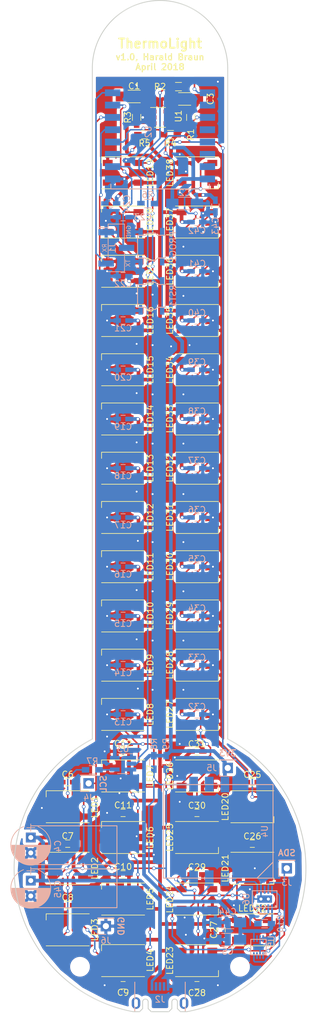
<source format=kicad_pcb>
(kicad_pcb (version 4) (host pcbnew 4.0.7-e2-6376~58~ubuntu16.04.1)
  (layers (0 F.Cu signal hide) (31 B.Cu signal) (34 B.Paste user) (35 F.Paste user) (36 B.SilkS user) (37 F.SilkS user) (38 B.Mask user) (39 F.Mask user) (44 Edge.Cuts user))
  (net 0 "")
  (net 1 GND)
  (net 2 +5V)
  (net 3 +3V3)
  (net 4 /esp-12s/ESP_RX)
  (net 5 /esp-12s/ESP_TX)
  (net 6 "Net-(R1-Pad2)")
  (net 7 "Net-(R2-Pad2)")
  (net 8 "Net-(R3-Pad1)")
  (net 9 "Net-(R5-Pad2)")
  (net 10 "Net-(R6-Pad2)")
  (net 11 "Net-(J2-Pad6)")
  (net 12 /WS2812B_01/DIn)
  (net 13 /WS2812B_02/DIn)
  (net 14 /WS2812B_03/DIn)
  (net 15 /WS2812B_04/DIn)
  (net 16 /WS2812B_05/DIn)
  (net 17 /WS2812B_06/DIn)
  (net 18 /WS2812B_07/DIn)
  (net 19 /WS2812B_08/DIn)
  (net 20 /WS2812B_09/DIn)
  (net 21 /WS2812B_10/DIn)
  (net 22 /WS2812B_11/DIn)
  (net 23 /WS2812B_12/DIn)
  (net 24 /WS2812B_13/DIn)
  (net 25 /WS2812B_14/DIn)
  (net 26 /WS2812B_15/DIn)
  (net 27 /WS2812B_16/DIn)
  (net 28 /WS2812B_17/DIn)
  (net 29 /WS2812B_18/DIn)
  (net 30 /WS2812B_19/DIn)
  (net 31 /WS2812B_20/DIn)
  (net 32 /WS2812B_21/DIn)
  (net 33 /WS2812B_22/DIn)
  (net 34 /WS2812B_23/DIn)
  (net 35 /WS2812B_24/DIn)
  (net 36 /WS2812B_25/DIn)
  (net 37 /WS2812B_32/DIn)
  (net 38 /WS2812B_33/DIn)
  (net 39 /WS2812B_34/DIn)
  (net 40 /WS2812B_35/DIn)
  (net 41 /WS2812B_36/DIn)
  (net 42 /WS2812B_37/DIn)
  (net 43 /WS2812B_38/DIn)
  (net 44 /WS2812B_26/DIn)
  (net 45 /WS2812B_27/DIn)
  (net 46 /WS2812B_28/DIn)
  (net 47 /WS2812B_29/DIn)
  (net 48 /WS2812B_30/DIn)
  (net 49 /WS2812B_31/DIn)
  (net 50 "Net-(R7-Pad2)")
  (net 51 /esp-12s/ESP_SDA)
  (net 52 /esp-12s/ESP_SCL)
  (net 53 /esp-12s/GPIO14)
  (net 54 "Net-(R10-Pad2)")
  (net 55 "Net-(U6-Pad4)")
  (net 56 "Net-(PROG1-Pad2)")
  (net 57 "Net-(J2-Pad4)")
  (net 58 "Net-(J2-Pad3)")
  (net 59 "Net-(J2-Pad2)")
  (net 60 /WS2812B_31/DOut)
  (net 61 /esp-12s/ADC)
  (net 62 /esp-12s/GPIO16)
  (net 63 /esp-12s/GPIO12)
  (net 64 /esp-12s/GPIO13)
  (net 65 "Net-(U5-Pad6)")
  (net 66 "Net-(U5-Pad3)")
  (net 67 "Net-(U6-Pad3)")
  (module myfootprints:Via-0.6mm (layer F.Cu) (at 1.8 -59.8)
    (fp_text reference r hide)
    (fp_text value v hide)
    (pad 1 thru_hole circle (at 0 0) (size 0.6 0.6) (drill 0.3) (layers *.Cu) (net 1 GND))
  )
  (module myfootprints:Via-0.6mm (layer F.Cu) (at 1.3 -88)
    (fp_text reference r hide)
    (fp_text value v hide)
    (pad 1 thru_hole circle (at 0 0) (size 0.6 0.6) (drill 0.3) (layers *.Cu) (net 1 GND))
  )
  (module myfootprints:Via-0.6mm (layer F.Cu) (at -5.5 -90)
    (fp_text reference r hide)
    (fp_text value v hide)
    (pad 1 thru_hole circle (at 0 0) (size 0.6 0.6) (drill 0.3) (layers *.Cu) (net 1 GND))
  )
  (module myfootprints:Via-0.6mm (layer F.Cu) (at 3.8 -76)
    (fp_text reference r hide)
    (fp_text value v hide)
    (pad 1 thru_hole circle (at 0 0) (size 0.6 0.6) (drill 0.3) (layers *.Cu) (net 1 GND))
  )
  (module myfootprints:Via-0.6mm (layer F.Cu) (at 7 -81.4)
    (fp_text reference r hide)
    (fp_text value v hide)
    (pad 1 thru_hole circle (at 0 0) (size 0.6 0.6) (drill 0.3) (layers *.Cu) (net 1 GND))
  )
  (module myfootprints:Via-0.6mm (layer F.Cu) (at 3.8 -28)
    (fp_text reference r hide)
    (fp_text value v hide)
    (pad 1 thru_hole circle (at 0 0) (size 0.6 0.6) (drill 0.3) (layers *.Cu) (net 1 GND))
  )
  (module myfootprints:Via-0.6mm (layer F.Cu) (at 3.8 -52)
    (fp_text reference r hide)
    (fp_text value v hide)
    (pad 1 thru_hole circle (at 0 0) (size 0.6 0.6) (drill 0.3) (layers *.Cu) (net 1 GND))
  )
  (module myfootprints:Via-0.6mm (layer F.Cu) (at 4.8 -60)
    (fp_text reference r hide)
    (fp_text value v hide)
    (pad 1 thru_hole circle (at 0 0) (size 0.6 0.6) (drill 0.3) (layers *.Cu) (net 1 GND))
  )
  (module myfootprints:Via-0.6mm (layer F.Cu) (at 3.8 -44)
    (fp_text reference r hide)
    (fp_text value v hide)
    (pad 1 thru_hole circle (at 0 0) (size 0.6 0.6) (drill 0.3) (layers *.Cu) (net 1 GND))
  )
  (module myfootprints:Via-0.6mm (layer F.Cu) (at 3.8 -35.8)
    (fp_text reference r hide)
    (fp_text value v hide)
    (pad 1 thru_hole circle (at 0 0) (size 0.6 0.6) (drill 0.3) (layers *.Cu) (net 1 GND))
  )
  (module myfootprints:Via-0.6mm (layer F.Cu) (at 3.8 -4)
    (fp_text reference r hide)
    (fp_text value v hide)
    (pad 1 thru_hole circle (at 0 0) (size 0.6 0.6) (drill 0.3) (layers *.Cu) (net 1 GND))
  )
  (module myfootprints:Via-0.6mm (layer F.Cu) (at 3.8 -12)
    (fp_text reference r hide)
    (fp_text value v hide)
    (pad 1 thru_hole circle (at 0 0) (size 0.6 0.6) (drill 0.3) (layers *.Cu) (net 1 GND))
  )
  (module myfootprints:Via-0.6mm (layer F.Cu) (at 3.8 -20)
    (fp_text reference r hide)
    (fp_text value v hide)
    (pad 1 thru_hole circle (at 0 0) (size 0.6 0.6) (drill 0.3) (layers *.Cu) (net 1 GND))
  )
  (module myfootprints:Via-0.6mm (layer F.Cu) (at 2.8 10)
    (fp_text reference r hide)
    (fp_text value v hide)
    (pad 1 thru_hole circle (at 0 0) (size 0.6 0.6) (drill 0.3) (layers *.Cu) (net 1 GND))
  )
  (module myfootprints:Via-0.6mm (layer F.Cu) (at 2.4 7)
    (fp_text reference r hide)
    (fp_text value v hide)
    (pad 1 thru_hole circle (at 0 0) (size 0.6 0.6) (drill 0.3) (layers *.Cu) (net 1 GND))
  )
  (module myfootprints:Via-0.6mm (layer F.Cu) (at -3.8 -68.4)
    (fp_text reference r hide)
    (fp_text value v hide)
    (pad 1 thru_hole circle (at 0 0) (size 0.6 0.6) (drill 0.3) (layers *.Cu) (net 1 GND))
  )
  (module myfootprints:Via-0.6mm (layer F.Cu) (at -3.8 -60.2)
    (fp_text reference r hide)
    (fp_text value v hide)
    (pad 1 thru_hole circle (at 0 0) (size 0.6 0.6) (drill 0.3) (layers *.Cu) (net 1 GND))
  )
  (module myfootprints:Via-0.6mm (layer F.Cu) (at -3.8 -52.2)
    (fp_text reference r hide)
    (fp_text value v hide)
    (pad 1 thru_hole circle (at 0 0) (size 0.6 0.6) (drill 0.3) (layers *.Cu) (net 1 GND))
  )
  (module myfootprints:Via-0.6mm (layer F.Cu) (at -3.8 -44.2)
    (fp_text reference r hide)
    (fp_text value v hide)
    (pad 1 thru_hole circle (at 0 0) (size 0.6 0.6) (drill 0.3) (layers *.Cu) (net 1 GND))
  )
  (module myfootprints:Via-0.6mm (layer F.Cu) (at -3.8 -36.2)
    (fp_text reference r hide)
    (fp_text value v hide)
    (pad 1 thru_hole circle (at 0 0) (size 0.6 0.6) (drill 0.3) (layers *.Cu) (net 1 GND))
  )
  (module myfootprints:Via-0.6mm (layer F.Cu) (at -3.6 -28.2)
    (fp_text reference r hide)
    (fp_text value v hide)
    (pad 1 thru_hole circle (at 0 0) (size 0.6 0.6) (drill 0.3) (layers *.Cu) (net 1 GND))
  )
  (module myfootprints:Via-0.6mm (layer F.Cu) (at -3.8 -20.2)
    (fp_text reference r hide)
    (fp_text value v hide)
    (pad 1 thru_hole circle (at 0 0) (size 0.6 0.6) (drill 0.3) (layers *.Cu) (net 1 GND))
  )
  (module myfootprints:Via-0.6mm (layer F.Cu) (at -3.8 -12.2)
    (fp_text reference r hide)
    (fp_text value v hide)
    (pad 1 thru_hole circle (at 0 0) (size 0.6 0.6) (drill 0.3) (layers *.Cu) (net 1 GND))
  )
  (module myfootprints:Via-0.6mm (layer F.Cu) (at -3.6 -4.2)
    (fp_text reference r hide)
    (fp_text value v hide)
    (pad 1 thru_hole circle (at 0 0) (size 0.6 0.6) (drill 0.3) (layers *.Cu) (net 1 GND))
  )
  (module myfootprints:Via-0.6mm (layer F.Cu) (at -8.6 16)
    (fp_text reference r hide)
    (fp_text value v hide)
    (pad 1 thru_hole circle (at 0 0) (size 0.6 0.6) (drill 0.3) (layers *.Cu) (net 1 GND))
  )
  (module myfootprints:Via-0.6mm (layer F.Cu) (at 3.2 -84.8)
    (fp_text reference r hide)
    (fp_text value v hide)
    (pad 1 thru_hole circle (at 0 0) (size 0.6 0.6) (drill 0.3) (layers *.Cu) (net 1 GND))
  )
  (module myfootprints:Via-0.6mm (layer F.Cu) (at -5.8 -87)
    (fp_text reference r hide)
    (fp_text value v hide)
    (pad 1 thru_hole circle (at 0 0) (size 0.6 0.6) (drill 0.3) (layers *.Cu) (net 1 GND))
  )
  (module myfootprints:Via-0.6mm (layer F.Cu) (at 14.6 28.4)
    (fp_text reference r hide)
    (fp_text value v hide)
    (pad 1 thru_hole circle (at 0 0) (size 0.6 0.6) (drill 0.3) (layers *.Cu) (net 1 GND))
  )
  (module myfootprints:Via-0.6mm (layer F.Cu) (at -8.6 -72)
    (fp_text reference r hide)
    (fp_text value v hide)
    (pad 1 thru_hole circle (at 0 0) (size 0.6 0.6) (drill 0.3) (layers *.Cu) (net 1 GND))
  )
  (module myfootprints:Via-0.6mm (layer F.Cu) (at -8.6 -64)
    (fp_text reference r hide)
    (fp_text value v hide)
    (pad 1 thru_hole circle (at 0 0) (size 0.6 0.6) (drill 0.3) (layers *.Cu) (net 1 GND))
  )
  (module myfootprints:Via-0.6mm (layer F.Cu) (at -8.6 -56)
    (fp_text reference r hide)
    (fp_text value v hide)
    (pad 1 thru_hole circle (at 0 0) (size 0.6 0.6) (drill 0.3) (layers *.Cu) (net 1 GND))
  )
  (module myfootprints:Via-0.6mm (layer F.Cu) (at -8.6 -48)
    (fp_text reference r hide)
    (fp_text value v hide)
    (pad 1 thru_hole circle (at 0 0) (size 0.6 0.6) (drill 0.3) (layers *.Cu) (net 1 GND))
  )
  (module myfootprints:Via-0.6mm (layer F.Cu) (at -8.6 -40)
    (fp_text reference r hide)
    (fp_text value v hide)
    (pad 1 thru_hole circle (at 0 0) (size 0.6 0.6) (drill 0.3) (layers *.Cu) (net 1 GND))
  )
  (module myfootprints:Via-0.6mm (layer F.Cu) (at -8.6 -32)
    (fp_text reference r hide)
    (fp_text value v hide)
    (pad 1 thru_hole circle (at 0 0) (size 0.6 0.6) (drill 0.3) (layers *.Cu) (net 1 GND))
  )
  (module myfootprints:Via-0.6mm (layer F.Cu) (at -8.6 -24)
    (fp_text reference r hide)
    (fp_text value v hide)
    (pad 1 thru_hole circle (at 0 0) (size 0.6 0.6) (drill 0.3) (layers *.Cu) (net 1 GND))
  )
  (module myfootprints:Via-0.6mm (layer F.Cu) (at -8.6 0)
    (fp_text reference r hide)
    (fp_text value v hide)
    (pad 1 thru_hole circle (at 0 0) (size 0.6 0.6) (drill 0.3) (layers *.Cu) (net 1 GND))
  )
  (module myfootprints:Via-0.6mm (layer F.Cu) (at 8.6 0)
    (fp_text reference r hide)
    (fp_text value v hide)
    (pad 1 thru_hole circle (at 0 0) (size 0.6 0.6) (drill 0.3) (layers *.Cu) (net 1 GND))
  )
  (module myfootprints:Via-0.6mm (layer F.Cu) (at 8.6 -8)
    (fp_text reference r hide)
    (fp_text value v hide)
    (pad 1 thru_hole circle (at 0 0) (size 0.6 0.6) (drill 0.3) (layers *.Cu) (net 1 GND))
  )
  (module myfootprints:Via-0.6mm (layer F.Cu) (at 8.6 -16)
    (fp_text reference r hide)
    (fp_text value v hide)
    (pad 1 thru_hole circle (at 0 0) (size 0.6 0.6) (drill 0.3) (layers *.Cu) (net 1 GND))
  )
  (module myfootprints:Via-0.6mm (layer F.Cu) (at 8.6 -24)
    (fp_text reference r hide)
    (fp_text value v hide)
    (pad 1 thru_hole circle (at 0 0) (size 0.6 0.6) (drill 0.3) (layers *.Cu) (net 1 GND))
  )
  (module myfootprints:Via-0.6mm (layer F.Cu) (at 8.6 -32)
    (fp_text reference r hide)
    (fp_text value v hide)
    (pad 1 thru_hole circle (at 0 0) (size 0.6 0.6) (drill 0.3) (layers *.Cu) (net 1 GND))
  )
  (module myfootprints:Via-0.6mm (layer F.Cu) (at 8.6 -40)
    (fp_text reference r hide)
    (fp_text value v hide)
    (pad 1 thru_hole circle (at 0 0) (size 0.6 0.6) (drill 0.3) (layers *.Cu) (net 1 GND))
  )
  (module myfootprints:Via-0.6mm (layer F.Cu) (at 8.6 -48)
    (fp_text reference r hide)
    (fp_text value v hide)
    (pad 1 thru_hole circle (at 0 0) (size 0.6 0.6) (drill 0.3) (layers *.Cu) (net 1 GND))
  )
  (module myfootprints:Via-0.6mm (layer F.Cu) (at 8.6 -56)
    (fp_text reference r hide)
    (fp_text value v hide)
    (pad 1 thru_hole circle (at 0 0) (size 0.6 0.6) (drill 0.3) (layers *.Cu) (net 1 GND))
  )
  (module myfootprints:Via-0.6mm (layer F.Cu) (at 8.6 -64)
    (fp_text reference r hide)
    (fp_text value v hide)
    (pad 1 thru_hole circle (at 0 0) (size 0.6 0.6) (drill 0.3) (layers *.Cu) (net 1 GND))
  )
  (module myfootprints:Via-0.6mm (layer F.Cu) (at 8.6 -72)
    (fp_text reference r hide)
    (fp_text value v hide)
    (pad 1 thru_hole circle (at 0 0) (size 0.6 0.6) (drill 0.3) (layers *.Cu) (net 1 GND))
  )
  (module myfootprints:Via-0.6mm (layer F.Cu) (at 9 -80)
    (fp_text reference r hide)
    (fp_text value v hide)
    (pad 1 thru_hole circle (at 0 0) (size 0.6 0.6) (drill 0.3) (layers *.Cu) (net 1 GND))
  )
  (module myfootprints:Via-0.6mm (layer F.Cu) (at 7 -78.4)
    (fp_text reference r hide)
    (fp_text value v hide)
    (pad 1 thru_hole circle (at 0 0) (size 0.6 0.6) (drill 0.3) (layers *.Cu) (net 1 GND))
  )
  (module myfootprints:Via-0.6mm (layer F.Cu) (at -8.8 -80.2)
    (fp_text reference r hide)
    (fp_text value v hide)
    (pad 1 thru_hole circle (at 0 0) (size 0.6 0.6) (drill 0.3) (layers *.Cu) (net 1 GND))
  )
  (module myfootprints:Via-0.6mm (layer F.Cu) (at 4.2 -88.2)
    (fp_text reference r hide)
    (fp_text value v hide)
    (pad 1 thru_hole circle (at 0 0) (size 0.6 0.6) (drill 0.3) (layers *.Cu) (net 1 GND))
  )
  (module myfootprints:Via-0.6mm (layer F.Cu) (at 3.2 -91)
    (fp_text reference r hide)
    (fp_text value v hide)
    (pad 1 thru_hole circle (at 0 0) (size 0.6 0.6) (drill 0.3) (layers *.Cu) (net 1 GND))
  )
  (module myfootprints:Via-0.6mm (layer F.Cu) (at 7.2 36.4)
    (fp_text reference r hide)
    (fp_text value v hide)
    (pad 1 thru_hole circle (at 0 0) (size 0.6 0.6) (drill 0.3) (layers *.Cu) (net 1 GND))
  )
  (module myfootprints:Via-0.6mm (layer F.Cu) (at 15.4 25)
    (fp_text reference r hide)
    (fp_text value v hide)
    (pad 1 thru_hole circle (at 0 0) (size 0.6 0.6) (drill 0.3) (layers *.Cu) (net 1 GND))
  )
  (module myfootprints:Via-0.6mm (layer F.Cu) (at -6.6 12.8)
    (fp_text reference r hide)
    (fp_text value v hide)
    (pad 1 thru_hole circle (at 0 0) (size 0.6 0.6) (drill 0.3) (layers *.Cu) (net 1 GND))
  )
  (module myfootprints:Via-0.6mm (layer F.Cu) (at -19.2 15.2)
    (fp_text reference r hide)
    (fp_text value v hide)
    (pad 1 thru_hole circle (at 0 0) (size 0.6 0.6) (drill 0.3) (layers *.Cu) (net 1 GND))
  )
  (module myfootprints:Via-0.6mm (layer F.Cu) (at -6.4 10.4)
    (fp_text reference r hide)
    (fp_text value v hide)
    (pad 1 thru_hole circle (at 0 0) (size 0.6 0.6) (drill 0.3) (layers *.Cu) (net 1 GND))
  )
  (module myfootprints:Via-0.6mm (layer F.Cu) (at -9 6)
    (fp_text reference r hide)
    (fp_text value v hide)
    (pad 1 thru_hole circle (at 0 0) (size 0.6 0.6) (drill 0.3) (layers *.Cu) (net 1 GND))
  )
  (module myfootprints:Via-0.6mm (layer F.Cu) (at -8.6 3.6)
    (fp_text reference r hide)
    (fp_text value v hide)
    (pad 1 thru_hole circle (at 0 0) (size 0.6 0.6) (drill 0.3) (layers *.Cu) (net 1 GND))
  )
  (module myfootprints:Via-0.6mm (layer F.Cu) (at -8.6 -8)
    (fp_text reference r hide)
    (fp_text value v hide)
    (pad 1 thru_hole circle (at 0 0) (size 0.6 0.6) (drill 0.3) (layers *.Cu) (net 1 GND))
  )
  (module myfootprints:Via-0.6mm (layer F.Cu) (at -8.6 -16)
    (fp_text reference r hide)
    (fp_text value v hide)
    (pad 1 thru_hole circle (at 0 0) (size 0.6 0.6) (drill 0.3) (layers *.Cu) (net 1 GND))
  )
  (module myfootprints:Via-0.6mm (layer F.Cu) (at -1.2 -68.2)
    (fp_text reference r hide)
    (fp_text value v hide)
    (pad 1 thru_hole circle (at 0 0) (size 0.6 0.6) (drill 0.3) (layers *.Cu) (net 1 GND))
  )
  (module myfootprints:Via-0.6mm (layer F.Cu) (at 3.8 -68)
    (fp_text reference r hide)
    (fp_text value v hide)
    (pad 1 thru_hole circle (at 0 0) (size 0.6 0.6) (drill 0.3) (layers *.Cu) (net 1 GND))
  )
  (module myfootprints:Via-0.6mm (layer F.Cu) (at -1.2 -60)
    (fp_text reference r hide)
    (fp_text value v hide)
    (pad 1 thru_hole circle (at 0 0) (size 0.6 0.6) (drill 0.3) (layers *.Cu) (net 1 GND))
  )
  (module myfootprints:Via-0.6mm (layer F.Cu) (at -1.2 -52)
    (fp_text reference r hide)
    (fp_text value v hide)
    (pad 1 thru_hole circle (at 0 0) (size 0.6 0.6) (drill 0.3) (layers *.Cu) (net 1 GND))
  )
  (module myfootprints:Via-0.6mm (layer F.Cu) (at -1.2 -44)
    (fp_text reference r hide)
    (fp_text value v hide)
    (pad 1 thru_hole circle (at 0 0) (size 0.6 0.6) (drill 0.3) (layers *.Cu) (net 1 GND))
  )
  (module myfootprints:Via-0.6mm (layer F.Cu) (at -1.2 -35.8)
    (fp_text reference r hide)
    (fp_text value v hide)
    (pad 1 thru_hole circle (at 0 0) (size 0.6 0.6) (drill 0.3) (layers *.Cu) (net 1 GND))
  )
  (module myfootprints:Via-0.6mm (layer F.Cu) (at -1.2 -28)
    (fp_text reference r hide)
    (fp_text value v hide)
    (pad 1 thru_hole circle (at 0 0) (size 0.6 0.6) (drill 0.3) (layers *.Cu) (net 1 GND))
  )
  (module myfootprints:Via-0.6mm (layer F.Cu) (at -1.2 -20)
    (fp_text reference r hide)
    (fp_text value v hide)
    (pad 1 thru_hole circle (at 0 0) (size 0.6 0.6) (drill 0.3) (layers *.Cu) (net 1 GND))
  )
  (module myfootprints:Via-0.6mm (layer F.Cu) (at -1.2 -12)
    (fp_text reference r hide)
    (fp_text value v hide)
    (pad 1 thru_hole circle (at 0 0) (size 0.6 0.6) (drill 0.3) (layers *.Cu) (net 1 GND))
  )
  (module myfootprints:Via-0.6mm (layer F.Cu) (at -1.2 -4)
    (fp_text reference r hide)
    (fp_text value v hide)
    (pad 1 thru_hole circle (at 0 0) (size 0.6 0.6) (drill 0.3) (layers *.Cu) (net 1 GND))
  )
  (module myfootprints:Via-0.6mm (layer F.Cu) (at 3.2 4.8)
    (fp_text reference r hide)
    (fp_text value v hide)
    (pad 1 thru_hole circle (at 0 0) (size 0.6 0.6) (drill 0.3) (layers *.Cu) (net 1 GND))
  )
  (module myfootprints:Via-0.6mm (layer F.Cu) (at 4 33)
    (fp_text reference r hide)
    (fp_text value v hide)
    (pad 1 thru_hole circle (at 0 0) (size 0.6 0.6) (drill 0.3) (layers *.Cu) (net 1 GND))
  )
  (module myfootprints:Via-0.6mm (layer F.Cu) (at 4.2 35.8)
    (fp_text reference r hide)
    (fp_text value v hide)
    (pad 1 thru_hole circle (at 0 0) (size 0.6 0.6) (drill 0.3) (layers *.Cu) (net 1 GND))
  )
  (module myfootprints:Via-0.6mm (layer F.Cu) (at -1 22.8)
    (fp_text reference r hide)
    (fp_text value v hide)
    (pad 1 thru_hole circle (at 0 0) (size 0.6 0.6) (drill 0.3) (layers *.Cu) (net 1 GND))
  )
  (module myfootprints:Via-0.6mm (layer F.Cu) (at -1 19.6)
    (fp_text reference r hide)
    (fp_text value v hide)
    (pad 1 thru_hole circle (at 0 0) (size 0.6 0.6) (drill 0.3) (layers *.Cu) (net 1 GND))
  )
  (module myfootprints:Via-0.6mm (layer F.Cu) (at -3.8 19.8)
    (fp_text reference r hide)
    (fp_text value v hide)
    (pad 1 thru_hole circle (at 0 0) (size 0.6 0.6) (drill 0.3) (layers *.Cu) (net 1 GND))
  )
  (module myfootprints:Via-0.6mm (layer F.Cu) (at 3.2 14.2)
    (fp_text reference r hide)
    (fp_text value v hide)
    (pad 1 thru_hole circle (at 0 0) (size 0.6 0.6) (drill 0.3) (layers *.Cu) (net 1 GND))
  )
  (module myfootprints:Via-0.6mm (layer F.Cu) (at 12 31)
    (fp_text reference r hide)
    (fp_text value v hide)
    (pad 1 thru_hole circle (at 0 0) (size 0.6 0.6) (drill 0.3) (layers *.Cu) (net 1 GND))
  )
  (module myfootprints:Via-0.6mm (layer F.Cu) (at -9 44)
    (fp_text reference r hide)
    (fp_text value v hide)
    (pad 1 thru_hole circle (at 0 0) (size 0.6 0.6) (drill 0.3) (layers *.Cu) (net 1 GND))
  )
  (module myfootprints:Via-0.6mm (layer F.Cu) (at 9.4 44)
    (fp_text reference r hide)
    (fp_text value v hide)
    (pad 1 thru_hole circle (at 0 0) (size 0.6 0.6) (drill 0.3) (layers *.Cu) (net 1 GND))
  )
  (module myfootprints:Via-0.6mm (layer F.Cu) (at 9.4 -102.8)
    (fp_text reference r hide)
    (fp_text value v hide)
    (pad 1 thru_hole circle (at 0 0) (size 0.6 0.6) (drill 0.3) (layers *.Cu) (net 1 GND))
  )
  (module Mounting_Holes:MountingHole_2.2mm_M2 (layer F.Cu) (at 13 41)
    (fp_text reference REF** hide)
    (fp_text value MountingHole_2.2mm_M2)
    (pad 1 np_thru_hole circle (at 0 0) (size 2.2 2.2) (drill 2.2) (layers *.Cu *.Mask))
  )
  (module Mounting_Holes:MountingHole_2.2mm_M2 (layer F.Cu) (at -13 41)
    (fp_text reference REF** hide)
    (fp_text value MountingHole_2.2mm_M2)
    (pad 1 np_thru_hole circle (at 0 0) (size 2.2 2.2) (drill 2.2) (layers *.Cu *.Mask))
  )
  (module Resistors_SMD:R_0603_HandSoldering (layer F.Cu) (at 5 -97 270)
    (fp_text reference R1 (at 2.8 0 270) (layer F.SilkS))
    (fp_text value 10k)
    (pad 1 smd rect (at -1.1 0 270) (size 1.2 0.9) (layers F.Cu F.Paste F.Mask) (net 3 +3V3))
    (pad 2 smd rect (at 1.1 0 270) (size 1.2 0.9) (layers F.Cu F.Paste F.Mask) (net 6 "Net-(R1-Pad2)"))
  )
  (module Resistors_SMD:R_0603_HandSoldering (layer F.Cu) (at 3 -102 180)
    (fp_text reference R2 (at 3 0 180) (layer F.SilkS))
    (fp_text value 10k)
    (pad 1 smd rect (at -1.1 0 180) (size 1.2 0.9) (layers F.Cu F.Paste F.Mask) (net 3 +3V3))
    (pad 2 smd rect (at 1.1 0 180) (size 1.2 0.9) (layers F.Cu F.Paste F.Mask) (net 7 "Net-(R2-Pad2)"))
  )
  (module Resistors_SMD:R_0603_HandSoldering (layer F.Cu) (at -3.8 -97 90)
    (fp_text reference R3 (at 0 -1.45 90) (layer F.SilkS))
    (fp_text value 10k)
    (pad 1 smd rect (at -1.1 0 90) (size 1.2 0.9) (layers F.Cu F.Paste F.Mask) (net 8 "Net-(R3-Pad1)"))
    (pad 2 smd rect (at 1.1 0 90) (size 1.2 0.9) (layers F.Cu F.Paste F.Mask) (net 2 +5V))
  )
  (module Resistors_SMD:R_0603_HandSoldering (layer F.Cu) (at 1.7 -94.2 180)
    (fp_text reference R4 (at 0 -1.4 180) (layer F.SilkS))
    (fp_text value 10k)
    (pad 1 smd rect (at -1.1 0 180) (size 1.2 0.9) (layers F.Cu F.Paste F.Mask) (net 3 +3V3))
    (pad 2 smd rect (at 1.1 0 180) (size 1.2 0.9) (layers F.Cu F.Paste F.Mask) (net 56 "Net-(PROG1-Pad2)"))
  )
  (module Resistors_SMD:R_0603_HandSoldering (layer F.Cu) (at -2.5 -94.2 180)
    (fp_text reference R5 (at 0 -1.4 180) (layer F.SilkS))
    (fp_text value 10k)
    (pad 1 smd rect (at -1.1 0 180) (size 1.2 0.9) (layers F.Cu F.Paste F.Mask) (net 3 +3V3))
    (pad 2 smd rect (at 1.1 0 180) (size 1.2 0.9) (layers F.Cu F.Paste F.Mask) (net 9 "Net-(R5-Pad2)"))
  )
  (module Resistors_SMD:R_0603_HandSoldering (layer B.Cu) (at -2 -83 180)
    (fp_text reference R6 (at 0 1.45 180) (layer B.SilkS) (effects (justify mirror)))
    (fp_text value 10k)
    (pad 1 smd rect (at -1.1 0 180) (size 1.2 0.9) (layers B.Cu B.Paste B.Mask) (net 1 GND))
    (pad 2 smd rect (at 1.1 0 180) (size 1.2 0.9) (layers B.Cu B.Paste B.Mask) (net 10 "Net-(R6-Pad2)"))
  )
  (module TO_SOT_Packages_SMD:SOT-23-5_HandSoldering (layer F.Cu) (at 0 -97)
    (fp_text reference U1 (at 3 -0.2 90) (layer F.SilkS))
    (fp_text value AP2112)
    (pad 1 smd rect (at -1.35 -0.95) (size 1.56 0.65) (layers F.Cu F.Paste F.Mask) (net 2 +5V))
    (pad 2 smd rect (at -1.35 0) (size 1.56 0.65) (layers F.Cu F.Paste F.Mask) (net 1 GND))
    (pad 3 smd rect (at -1.35 0.95) (size 1.56 0.65) (layers F.Cu F.Paste F.Mask) (net 8 "Net-(R3-Pad1)"))
    (pad 4 smd rect (at 1.35 0.95) (size 1.56 0.65) (layers F.Cu F.Paste F.Mask))
    (pad 5 smd rect (at 1.35 -0.95) (size 1.56 0.65) (layers F.Cu F.Paste F.Mask) (net 3 +3V3))
  )
  (module myfootprints:ESP-12S_SMD (layer B.Cu) (at 7 -101 180)
    (fp_text reference U2 (at 8.89 -6.35 450) (layer B.SilkS) (effects (justify mirror)))
    (fp_text value ESP-12 hide)
    (pad 1 smd rect (at 0 0 180) (size 2.5 1.1) (drill (offset -0.7 0)) (layers B.Cu B.Paste B.Mask) (net 7 "Net-(R2-Pad2)"))
    (pad 2 smd rect (at 0 -2 180) (size 2.5 1.1) (drill (offset -0.7 0)) (layers B.Cu B.Paste B.Mask) (net 61 /esp-12s/ADC))
    (pad 3 smd rect (at 0 -4 180) (size 2.5 1.1) (drill (offset -0.7 0)) (layers B.Cu B.Paste B.Mask) (net 6 "Net-(R1-Pad2)"))
    (pad 4 smd rect (at 0 -6 180) (size 2.5 1.1) (drill (offset -0.7 0)) (layers B.Cu B.Paste B.Mask) (net 62 /esp-12s/GPIO16))
    (pad 5 smd rect (at 0 -8 180) (size 2.5 1.1) (drill (offset -0.7 0)) (layers B.Cu B.Paste B.Mask) (net 53 /esp-12s/GPIO14))
    (pad 6 smd rect (at 0 -10 180) (size 2.5 1.1) (drill (offset -0.7 0)) (layers B.Cu B.Paste B.Mask) (net 63 /esp-12s/GPIO12))
    (pad 7 smd rect (at 0 -12 180) (size 2.5 1.1) (drill (offset -0.7 0)) (layers B.Cu B.Paste B.Mask) (net 64 /esp-12s/GPIO13))
    (pad 8 smd rect (at 0 -14 180) (size 2.5 1.1) (drill (offset -0.7 0)) (layers B.Cu B.Paste B.Mask) (net 3 +3V3))
    (pad 9 smd rect (at 14 -14 180) (size 2.5 1.1) (drill (offset 0.7 0)) (layers B.Cu B.Paste B.Mask) (net 1 GND))
    (pad 10 smd rect (at 14 -12 180) (size 2.5 1.1) (drill (offset 0.7 0)) (layers B.Cu B.Paste B.Mask) (net 10 "Net-(R6-Pad2)"))
    (pad 11 smd rect (at 14 -10 180) (size 2.5 1.1) (drill (offset 0.7 0)) (layers B.Cu B.Paste B.Mask) (net 9 "Net-(R5-Pad2)"))
    (pad 12 smd rect (at 14 -8 180) (size 2.5 1.1) (drill (offset 0.7 0)) (layers B.Cu B.Paste B.Mask) (net 56 "Net-(PROG1-Pad2)"))
    (pad 13 smd rect (at 14 -6 180) (size 2.5 1.1) (drill (offset 0.7 0)) (layers B.Cu B.Paste B.Mask) (net 51 /esp-12s/ESP_SDA))
    (pad 14 smd rect (at 14 -4 180) (size 2.5 1.1) (drill (offset 0.7 0)) (layers B.Cu B.Paste B.Mask) (net 52 /esp-12s/ESP_SCL))
    (pad 15 smd rect (at 14 -2 180) (size 2.5 1.1) (drill (offset 0.7 0)) (layers B.Cu B.Paste B.Mask) (net 4 /esp-12s/ESP_RX))
    (pad 16 smd rect (at 14 0 180) (size 2.5 1.1) (drill (offset 0.7 0)) (layers B.Cu B.Paste B.Mask) (net 5 /esp-12s/ESP_TX))
  )
  (module Capacitors_SMD:C_0603_HandSoldering (layer F.Cu) (at -15 11)
    (fp_text reference C6 (at 0 -1.25) (layer F.SilkS))
    (fp_text value 0.1u)
    (pad 1 smd rect (at -0.95 0) (size 1.2 0.75) (layers F.Cu F.Paste F.Mask) (net 1 GND))
    (pad 2 smd rect (at 0.95 0) (size 1.2 0.75) (layers F.Cu F.Paste F.Mask) (net 2 +5V))
  )
  (module Capacitors_SMD:C_0603_HandSoldering (layer F.Cu) (at -15 21)
    (fp_text reference C7 (at 0 -1.25) (layer F.SilkS))
    (fp_text value 0.1u)
    (pad 1 smd rect (at -0.95 0) (size 1.2 0.75) (layers F.Cu F.Paste F.Mask) (net 1 GND))
    (pad 2 smd rect (at 0.95 0) (size 1.2 0.75) (layers F.Cu F.Paste F.Mask) (net 2 +5V))
  )
  (module Capacitors_SMD:C_0603_HandSoldering (layer F.Cu) (at -15 31)
    (fp_text reference C8 (at 0 -1.25) (layer F.SilkS))
    (fp_text value 0.1u)
    (pad 1 smd rect (at -0.95 0) (size 1.2 0.75) (layers F.Cu F.Paste F.Mask) (net 1 GND))
    (pad 2 smd rect (at 0.95 0) (size 1.2 0.75) (layers F.Cu F.Paste F.Mask) (net 2 +5V))
  )
  (module Capacitors_SMD:C_0603_HandSoldering (layer F.Cu) (at -6 44)
    (fp_text reference C9 (at 0 1.2) (layer F.SilkS))
    (fp_text value 0.1u)
    (pad 1 smd rect (at -0.95 0) (size 1.2 0.75) (layers F.Cu F.Paste F.Mask) (net 1 GND))
    (pad 2 smd rect (at 0.95 0) (size 1.2 0.75) (layers F.Cu F.Paste F.Mask) (net 2 +5V))
  )
  (module Capacitors_SMD:C_0603_HandSoldering (layer F.Cu) (at -6 26)
    (fp_text reference C10 (at 0 -1.25) (layer F.SilkS))
    (fp_text value 0.1u)
    (pad 1 smd rect (at -0.95 0) (size 1.2 0.75) (layers F.Cu F.Paste F.Mask) (net 1 GND))
    (pad 2 smd rect (at 0.95 0) (size 1.2 0.75) (layers F.Cu F.Paste F.Mask) (net 2 +5V))
  )
  (module Capacitors_SMD:C_0603_HandSoldering (layer F.Cu) (at -6 16)
    (fp_text reference C11 (at 0 -1.25) (layer F.SilkS))
    (fp_text value 0.1u)
    (pad 1 smd rect (at -0.95 0) (size 1.2 0.75) (layers F.Cu F.Paste F.Mask) (net 1 GND))
    (pad 2 smd rect (at 0.95 0) (size 1.2 0.75) (layers F.Cu F.Paste F.Mask) (net 2 +5V))
  )
  (module Capacitors_SMD:C_0603_HandSoldering (layer F.Cu) (at -6 6)
    (fp_text reference C12 (at 0 -1.25) (layer F.SilkS))
    (fp_text value 0.1u)
    (pad 1 smd rect (at -0.95 0) (size 1.2 0.75) (layers F.Cu F.Paste F.Mask) (net 1 GND))
    (pad 2 smd rect (at 0.95 0) (size 1.2 0.75) (layers F.Cu F.Paste F.Mask) (net 2 +5V))
  )
  (module Capacitors_SMD:C_0603_HandSoldering (layer B.Cu) (at -6 0)
    (fp_text reference C13 (at 0 1.25) (layer B.SilkS) (effects (justify mirror)))
    (fp_text value 0.1u)
    (pad 1 smd rect (at -0.95 0) (size 1.2 0.75) (layers B.Cu B.Paste B.Mask) (net 1 GND))
    (pad 2 smd rect (at 0.95 0) (size 1.2 0.75) (layers B.Cu B.Paste B.Mask) (net 2 +5V))
  )
  (module Capacitors_SMD:C_0603_HandSoldering (layer B.Cu) (at -6 -8)
    (fp_text reference C14 (at 0 1.25) (layer B.SilkS) (effects (justify mirror)))
    (fp_text value 0.1u)
    (pad 1 smd rect (at -0.95 0) (size 1.2 0.75) (layers B.Cu B.Paste B.Mask) (net 1 GND))
    (pad 2 smd rect (at 0.95 0) (size 1.2 0.75) (layers B.Cu B.Paste B.Mask) (net 2 +5V))
  )
  (module Capacitors_SMD:C_0603_HandSoldering (layer B.Cu) (at -6 -16)
    (fp_text reference C15 (at 0 1.25) (layer B.SilkS) (effects (justify mirror)))
    (fp_text value 0.1u)
    (pad 1 smd rect (at -0.95 0) (size 1.2 0.75) (layers B.Cu B.Paste B.Mask) (net 1 GND))
    (pad 2 smd rect (at 0.95 0) (size 1.2 0.75) (layers B.Cu B.Paste B.Mask) (net 2 +5V))
  )
  (module Capacitors_SMD:C_0603_HandSoldering (layer B.Cu) (at -6 -24)
    (fp_text reference C16 (at 0 1.25) (layer B.SilkS) (effects (justify mirror)))
    (fp_text value 0.1u)
    (pad 1 smd rect (at -0.95 0) (size 1.2 0.75) (layers B.Cu B.Paste B.Mask) (net 1 GND))
    (pad 2 smd rect (at 0.95 0) (size 1.2 0.75) (layers B.Cu B.Paste B.Mask) (net 2 +5V))
  )
  (module Capacitors_SMD:C_0603_HandSoldering (layer B.Cu) (at -6 -32)
    (fp_text reference C17 (at 0 1.25) (layer B.SilkS) (effects (justify mirror)))
    (fp_text value 0.1u)
    (pad 1 smd rect (at -0.95 0) (size 1.2 0.75) (layers B.Cu B.Paste B.Mask) (net 1 GND))
    (pad 2 smd rect (at 0.95 0) (size 1.2 0.75) (layers B.Cu B.Paste B.Mask) (net 2 +5V))
  )
  (module Capacitors_SMD:C_0603_HandSoldering (layer B.Cu) (at -6 -40)
    (fp_text reference C18 (at 0 1.25) (layer B.SilkS) (effects (justify mirror)))
    (fp_text value 0.1u)
    (pad 1 smd rect (at -0.95 0) (size 1.2 0.75) (layers B.Cu B.Paste B.Mask) (net 1 GND))
    (pad 2 smd rect (at 0.95 0) (size 1.2 0.75) (layers B.Cu B.Paste B.Mask) (net 2 +5V))
  )
  (module Capacitors_SMD:C_0603_HandSoldering (layer B.Cu) (at -6 -48)
    (fp_text reference C19 (at 0 1.25) (layer B.SilkS) (effects (justify mirror)))
    (fp_text value 0.1u)
    (pad 1 smd rect (at -0.95 0) (size 1.2 0.75) (layers B.Cu B.Paste B.Mask) (net 1 GND))
    (pad 2 smd rect (at 0.95 0) (size 1.2 0.75) (layers B.Cu B.Paste B.Mask) (net 2 +5V))
  )
  (module Capacitors_SMD:C_0603_HandSoldering (layer B.Cu) (at -6 -56)
    (fp_text reference C20 (at 0 1.25) (layer B.SilkS) (effects (justify mirror)))
    (fp_text value 0.1u)
    (pad 1 smd rect (at -0.95 0) (size 1.2 0.75) (layers B.Cu B.Paste B.Mask) (net 1 GND))
    (pad 2 smd rect (at 0.95 0) (size 1.2 0.75) (layers B.Cu B.Paste B.Mask) (net 2 +5V))
  )
  (module Capacitors_SMD:C_0603_HandSoldering (layer B.Cu) (at -6 -64)
    (fp_text reference C21 (at 0 1.25) (layer B.SilkS) (effects (justify mirror)))
    (fp_text value 0.1u)
    (pad 1 smd rect (at -0.95 0) (size 1.2 0.75) (layers B.Cu B.Paste B.Mask) (net 1 GND))
    (pad 2 smd rect (at 0.95 0) (size 1.2 0.75) (layers B.Cu B.Paste B.Mask) (net 2 +5V))
  )
  (module Capacitors_SMD:C_0603_HandSoldering (layer B.Cu) (at -6 -71.2)
    (fp_text reference C22 (at 0 1.25) (layer B.SilkS) (effects (justify mirror)))
    (fp_text value 0.1u)
    (pad 1 smd rect (at -0.95 0) (size 1.2 0.75) (layers B.Cu B.Paste B.Mask) (net 1 GND))
    (pad 2 smd rect (at 0.95 0) (size 1.2 0.75) (layers B.Cu B.Paste B.Mask) (net 2 +5V))
  )
  (module Capacitors_SMD:C_0603_HandSoldering (layer B.Cu) (at -6 -80.8)
    (fp_text reference C23 (at 3.2 0) (layer B.SilkS) (effects (justify mirror)))
    (fp_text value 0.1u)
    (pad 1 smd rect (at -0.95 0) (size 1.2 0.75) (layers B.Cu B.Paste B.Mask) (net 1 GND))
    (pad 2 smd rect (at 0.95 0) (size 1.2 0.75) (layers B.Cu B.Paste B.Mask) (net 2 +5V))
  )
  (module Capacitors_SMD:C_0603_HandSoldering (layer B.Cu) (at -8 -83)
    (fp_text reference C24 (at 2.6 0 90) (layer B.SilkS) (effects (justify mirror)))
    (fp_text value 0.1u)
    (pad 1 smd rect (at -0.95 0) (size 1.2 0.75) (layers B.Cu B.Paste B.Mask) (net 1 GND))
    (pad 2 smd rect (at 0.95 0) (size 1.2 0.75) (layers B.Cu B.Paste B.Mask) (net 2 +5V))
  )
  (module Capacitors_SMD:C_0603_HandSoldering (layer F.Cu) (at 15 11 180)
    (fp_text reference C25 (at 0 1.2 180) (layer F.SilkS))
    (fp_text value 0.1u)
    (pad 1 smd rect (at -0.95 0 180) (size 1.2 0.75) (layers F.Cu F.Paste F.Mask) (net 1 GND))
    (pad 2 smd rect (at 0.95 0 180) (size 1.2 0.75) (layers F.Cu F.Paste F.Mask) (net 2 +5V))
  )
  (module Capacitors_SMD:C_0603_HandSoldering (layer F.Cu) (at 15 21 180)
    (fp_text reference C26 (at 0 1.2 180) (layer F.SilkS))
    (fp_text value 0.1u)
    (pad 1 smd rect (at -0.95 0 180) (size 1.2 0.75) (layers F.Cu F.Paste F.Mask) (net 1 GND))
    (pad 2 smd rect (at 0.95 0 180) (size 1.2 0.75) (layers F.Cu F.Paste F.Mask) (net 2 +5V))
  )
  (module Capacitors_SMD:C_0603_HandSoldering (layer F.Cu) (at 10 35 90)
    (fp_text reference C27 (at 0 -1.25 90) (layer F.SilkS))
    (fp_text value 0.1u)
    (pad 1 smd rect (at -0.95 0 90) (size 1.2 0.75) (layers F.Cu F.Paste F.Mask) (net 1 GND))
    (pad 2 smd rect (at 0.95 0 90) (size 1.2 0.75) (layers F.Cu F.Paste F.Mask) (net 2 +5V))
  )
  (module Capacitors_SMD:C_0603_HandSoldering (layer F.Cu) (at 6 44 180)
    (fp_text reference C28 (at 0 -1.25 180) (layer F.SilkS))
    (fp_text value 0.1u)
    (pad 1 smd rect (at -0.95 0 180) (size 1.2 0.75) (layers F.Cu F.Paste F.Mask) (net 1 GND))
    (pad 2 smd rect (at 0.95 0 180) (size 1.2 0.75) (layers F.Cu F.Paste F.Mask) (net 2 +5V))
  )
  (module Capacitors_SMD:C_0603_HandSoldering (layer F.Cu) (at 6 26 180)
    (fp_text reference C29 (at 0 1.2 180) (layer F.SilkS))
    (fp_text value 0.1u)
    (pad 1 smd rect (at -0.95 0 180) (size 1.2 0.75) (layers F.Cu F.Paste F.Mask) (net 1 GND))
    (pad 2 smd rect (at 0.95 0 180) (size 1.2 0.75) (layers F.Cu F.Paste F.Mask) (net 2 +5V))
  )
  (module Capacitors_SMD:C_0603_HandSoldering (layer F.Cu) (at 6 16 180)
    (fp_text reference C30 (at 0 1.2 180) (layer F.SilkS))
    (fp_text value 0.1u)
    (pad 1 smd rect (at -0.95 0 180) (size 1.2 0.75) (layers F.Cu F.Paste F.Mask) (net 1 GND))
    (pad 2 smd rect (at 0.95 0 180) (size 1.2 0.75) (layers F.Cu F.Paste F.Mask) (net 2 +5V))
  )
  (module Capacitors_SMD:C_0603_HandSoldering (layer F.Cu) (at 6 6 180)
    (fp_text reference C31 (at 0 1.2 180) (layer F.SilkS))
    (fp_text value 0.1u)
    (pad 1 smd rect (at -0.95 0 180) (size 1.2 0.75) (layers F.Cu F.Paste F.Mask) (net 1 GND))
    (pad 2 smd rect (at 0.95 0 180) (size 1.2 0.75) (layers F.Cu F.Paste F.Mask) (net 2 +5V))
  )
  (module Capacitors_SMD:C_0603_HandSoldering (layer B.Cu) (at 6 0 180)
    (fp_text reference C32 (at 0 1.25 180) (layer B.SilkS) (effects (justify mirror)))
    (fp_text value 0.1u)
    (pad 1 smd rect (at -0.95 0 180) (size 1.2 0.75) (layers B.Cu B.Paste B.Mask) (net 1 GND))
    (pad 2 smd rect (at 0.95 0 180) (size 1.2 0.75) (layers B.Cu B.Paste B.Mask) (net 2 +5V))
  )
  (module Capacitors_SMD:C_0603_HandSoldering (layer B.Cu) (at 6 -8 180)
    (fp_text reference C33 (at 0 1.25 180) (layer B.SilkS) (effects (justify mirror)))
    (fp_text value 0.1u)
    (pad 1 smd rect (at -0.95 0 180) (size 1.2 0.75) (layers B.Cu B.Paste B.Mask) (net 1 GND))
    (pad 2 smd rect (at 0.95 0 180) (size 1.2 0.75) (layers B.Cu B.Paste B.Mask) (net 2 +5V))
  )
  (module Capacitors_SMD:C_0603_HandSoldering (layer B.Cu) (at 6 -16 180)
    (fp_text reference C34 (at 0 1.25 180) (layer B.SilkS) (effects (justify mirror)))
    (fp_text value 0.1u)
    (pad 1 smd rect (at -0.95 0 180) (size 1.2 0.75) (layers B.Cu B.Paste B.Mask) (net 1 GND))
    (pad 2 smd rect (at 0.95 0 180) (size 1.2 0.75) (layers B.Cu B.Paste B.Mask) (net 2 +5V))
  )
  (module Capacitors_SMD:C_0603_HandSoldering (layer B.Cu) (at 6 -24 180)
    (fp_text reference C35 (at 0 1.25 180) (layer B.SilkS) (effects (justify mirror)))
    (fp_text value 0.1u)
    (pad 1 smd rect (at -0.95 0 180) (size 1.2 0.75) (layers B.Cu B.Paste B.Mask) (net 1 GND))
    (pad 2 smd rect (at 0.95 0 180) (size 1.2 0.75) (layers B.Cu B.Paste B.Mask) (net 2 +5V))
  )
  (module Capacitors_SMD:C_0603_HandSoldering (layer B.Cu) (at 6 -32 180)
    (fp_text reference C36 (at 0 1.25 180) (layer B.SilkS) (effects (justify mirror)))
    (fp_text value 0.1u)
    (pad 1 smd rect (at -0.95 0 180) (size 1.2 0.75) (layers B.Cu B.Paste B.Mask) (net 1 GND))
    (pad 2 smd rect (at 0.95 0 180) (size 1.2 0.75) (layers B.Cu B.Paste B.Mask) (net 2 +5V))
  )
  (module Capacitors_SMD:C_0603_HandSoldering (layer B.Cu) (at 6 -40 180)
    (fp_text reference C37 (at 0 1.25 180) (layer B.SilkS) (effects (justify mirror)))
    (fp_text value 0.1u)
    (pad 1 smd rect (at -0.95 0 180) (size 1.2 0.75) (layers B.Cu B.Paste B.Mask) (net 1 GND))
    (pad 2 smd rect (at 0.95 0 180) (size 1.2 0.75) (layers B.Cu B.Paste B.Mask) (net 2 +5V))
  )
  (module Capacitors_SMD:C_0603_HandSoldering (layer B.Cu) (at 6 -48 180)
    (fp_text reference C38 (at 0 1.25 180) (layer B.SilkS) (effects (justify mirror)))
    (fp_text value 0.1u)
    (pad 1 smd rect (at -0.95 0 180) (size 1.2 0.75) (layers B.Cu B.Paste B.Mask) (net 1 GND))
    (pad 2 smd rect (at 0.95 0 180) (size 1.2 0.75) (layers B.Cu B.Paste B.Mask) (net 2 +5V))
  )
  (module Capacitors_SMD:C_0603_HandSoldering (layer B.Cu) (at 6 -56 180)
    (fp_text reference C39 (at 0 1.25 180) (layer B.SilkS) (effects (justify mirror)))
    (fp_text value 0.1u)
    (pad 1 smd rect (at -0.95 0 180) (size 1.2 0.75) (layers B.Cu B.Paste B.Mask) (net 1 GND))
    (pad 2 smd rect (at 0.95 0 180) (size 1.2 0.75) (layers B.Cu B.Paste B.Mask) (net 2 +5V))
  )
  (module Capacitors_SMD:C_0603_HandSoldering (layer B.Cu) (at 6 -64 180)
    (fp_text reference C40 (at 0 1.25 180) (layer B.SilkS) (effects (justify mirror)))
    (fp_text value 0.1u)
    (pad 1 smd rect (at -0.95 0 180) (size 1.2 0.75) (layers B.Cu B.Paste B.Mask) (net 1 GND))
    (pad 2 smd rect (at 0.95 0 180) (size 1.2 0.75) (layers B.Cu B.Paste B.Mask) (net 2 +5V))
  )
  (module Capacitors_SMD:C_0603_HandSoldering (layer B.Cu) (at 6 -72 180)
    (fp_text reference C41 (at 0 1.25 180) (layer B.SilkS) (effects (justify mirror)))
    (fp_text value 0.1u)
    (pad 1 smd rect (at -0.95 0 180) (size 1.2 0.75) (layers B.Cu B.Paste B.Mask) (net 1 GND))
    (pad 2 smd rect (at 0.95 0 180) (size 1.2 0.75) (layers B.Cu B.Paste B.Mask) (net 2 +5V))
  )
  (module Capacitors_SMD:C_0603_HandSoldering (layer B.Cu) (at 6 -80 180)
    (fp_text reference C42 (at 0 -1.4 180) (layer B.SilkS) (effects (justify mirror)))
    (fp_text value 0.1u)
    (pad 1 smd rect (at -0.95 0 180) (size 1.2 0.75) (layers B.Cu B.Paste B.Mask) (net 1 GND))
    (pad 2 smd rect (at 0.95 0 180) (size 1.2 0.75) (layers B.Cu B.Paste B.Mask) (net 2 +5V))
  )
  (module Capacitors_SMD:C_0603_HandSoldering (layer B.Cu) (at 9 -82.6 90)
    (fp_text reference C43 (at -3.2 0 90) (layer B.SilkS) (effects (justify mirror)))
    (fp_text value 0.1u)
    (pad 1 smd rect (at -0.95 0 90) (size 1.2 0.75) (layers B.Cu B.Paste B.Mask) (net 1 GND))
    (pad 2 smd rect (at 0.95 0 90) (size 1.2 0.75) (layers B.Cu B.Paste B.Mask) (net 2 +5V))
  )
  (module myfootprints:1051640001 (layer B.Cu) (at 0 48.3 90)
    (fp_text reference J2 (at 2 0 360) (layer B.SilkS) (effects (justify mirror)))
    (fp_text value USB_OTG)
    (pad 6 thru_hole oval (at 1.4 3.9 90) (size 1.9 1.4) (drill oval 1.3 0.6) (layers *.Cu *.Mask) (net 11 "Net-(J2-Pad6)"))
    (pad 5 smd rect (at 4.8 1.3 90) (size 1.38 0.45) (drill (offset -0.69 0)) (layers B.Cu B.Paste B.Mask) (net 1 GND))
    (pad 4 smd rect (at 4.8 0.65 90) (size 1.38 0.45) (drill (offset -0.69 0)) (layers B.Cu B.Paste B.Mask) (net 57 "Net-(J2-Pad4)"))
    (pad 3 smd rect (at 4.8 0 90) (size 1.38 0.45) (drill (offset -0.69 0)) (layers B.Cu B.Paste B.Mask) (net 58 "Net-(J2-Pad3)"))
    (pad 2 smd rect (at 4.8 -0.65 90) (size 1.38 0.45) (drill (offset -0.69 0)) (layers B.Cu B.Paste B.Mask) (net 59 "Net-(J2-Pad2)"))
    (pad 1 smd rect (at 4.8 -1.3 90) (size 1.38 0.45) (drill (offset -0.69 0)) (layers B.Cu B.Paste B.Mask) (net 2 +5V))
    (pad 6 thru_hole oval (at 1.4 -3.9 90) (size 1.9 1.4) (drill oval 1.3 0.6) (layers *.Cu *.Mask) (net 11 "Net-(J2-Pad6)"))
  )
  (module LEDs:LED_WS2812B-PLCC4 (layer F.Cu) (at -15 15 180)
    (fp_text reference LED1 (at -4.4 0 270) (layer F.SilkS))
    (fp_text value WS2812B)
    (pad 3 smd rect (at 2.5 1.6 180) (size 1.6 1) (layers F.Cu F.Paste F.Mask) (net 1 GND))
    (pad 4 smd rect (at 2.5 -1.6 180) (size 1.6 1) (layers F.Cu F.Paste F.Mask) (net 12 /WS2812B_01/DIn))
    (pad 2 smd rect (at -2.5 1.6 180) (size 1.6 1) (layers F.Cu F.Paste F.Mask) (net 13 /WS2812B_02/DIn))
    (pad 1 smd rect (at -2.5 -1.6 180) (size 1.6 1) (layers F.Cu F.Paste F.Mask) (net 2 +5V))
  )
  (module LEDs:LED_WS2812B-PLCC4 (layer F.Cu) (at -15 25 180)
    (fp_text reference LED2 (at -4.4 0 270) (layer F.SilkS))
    (fp_text value WS2812B)
    (pad 3 smd rect (at 2.5 1.6 180) (size 1.6 1) (layers F.Cu F.Paste F.Mask) (net 1 GND))
    (pad 4 smd rect (at 2.5 -1.6 180) (size 1.6 1) (layers F.Cu F.Paste F.Mask) (net 13 /WS2812B_02/DIn))
    (pad 2 smd rect (at -2.5 1.6 180) (size 1.6 1) (layers F.Cu F.Paste F.Mask) (net 14 /WS2812B_03/DIn))
    (pad 1 smd rect (at -2.5 -1.6 180) (size 1.6 1) (layers F.Cu F.Paste F.Mask) (net 2 +5V))
  )
  (module LEDs:LED_WS2812B-PLCC4 (layer F.Cu) (at -15 35 180)
    (fp_text reference LED3 (at -4.4 0 270) (layer F.SilkS))
    (fp_text value WS2812B)
    (pad 3 smd rect (at 2.5 1.6 180) (size 1.6 1) (layers F.Cu F.Paste F.Mask) (net 1 GND))
    (pad 4 smd rect (at 2.5 -1.6 180) (size 1.6 1) (layers F.Cu F.Paste F.Mask) (net 14 /WS2812B_03/DIn))
    (pad 2 smd rect (at -2.5 1.6 180) (size 1.6 1) (layers F.Cu F.Paste F.Mask) (net 15 /WS2812B_04/DIn))
    (pad 1 smd rect (at -2.5 -1.6 180) (size 1.6 1) (layers F.Cu F.Paste F.Mask) (net 2 +5V))
  )
  (module LEDs:LED_WS2812B-PLCC4 (layer F.Cu) (at -6 40 180)
    (fp_text reference LED4 (at -4.4 0 270) (layer F.SilkS))
    (fp_text value WS2812B)
    (pad 3 smd rect (at 2.5 1.6 180) (size 1.6 1) (layers F.Cu F.Paste F.Mask) (net 1 GND))
    (pad 4 smd rect (at 2.5 -1.6 180) (size 1.6 1) (layers F.Cu F.Paste F.Mask) (net 15 /WS2812B_04/DIn))
    (pad 2 smd rect (at -2.5 1.6 180) (size 1.6 1) (layers F.Cu F.Paste F.Mask) (net 16 /WS2812B_05/DIn))
    (pad 1 smd rect (at -2.5 -1.6 180) (size 1.6 1) (layers F.Cu F.Paste F.Mask) (net 2 +5V))
  )
  (module LEDs:LED_WS2812B-PLCC4 (layer F.Cu) (at -6 30 180)
    (fp_text reference LED5 (at -4.4 0 270) (layer F.SilkS))
    (fp_text value WS2812B)
    (pad 3 smd rect (at 2.5 1.6 180) (size 1.6 1) (layers F.Cu F.Paste F.Mask) (net 1 GND))
    (pad 4 smd rect (at 2.5 -1.6 180) (size 1.6 1) (layers F.Cu F.Paste F.Mask) (net 16 /WS2812B_05/DIn))
    (pad 2 smd rect (at -2.5 1.6 180) (size 1.6 1) (layers F.Cu F.Paste F.Mask) (net 17 /WS2812B_06/DIn))
    (pad 1 smd rect (at -2.5 -1.6 180) (size 1.6 1) (layers F.Cu F.Paste F.Mask) (net 2 +5V))
  )
  (module LEDs:LED_WS2812B-PLCC4 (layer F.Cu) (at -6 20 180)
    (fp_text reference LED6 (at -4.4 0 270) (layer F.SilkS))
    (fp_text value WS2812B)
    (pad 3 smd rect (at 2.5 1.6 180) (size 1.6 1) (layers F.Cu F.Paste F.Mask) (net 1 GND))
    (pad 4 smd rect (at 2.5 -1.6 180) (size 1.6 1) (layers F.Cu F.Paste F.Mask) (net 17 /WS2812B_06/DIn))
    (pad 2 smd rect (at -2.5 1.6 180) (size 1.6 1) (layers F.Cu F.Paste F.Mask) (net 18 /WS2812B_07/DIn))
    (pad 1 smd rect (at -2.5 -1.6 180) (size 1.6 1) (layers F.Cu F.Paste F.Mask) (net 2 +5V))
  )
  (module LEDs:LED_WS2812B-PLCC4 (layer F.Cu) (at -6 10 180)
    (fp_text reference LED7 (at -4.4 0 270) (layer F.SilkS))
    (fp_text value WS2812B)
    (pad 3 smd rect (at 2.5 1.6 180) (size 1.6 1) (layers F.Cu F.Paste F.Mask) (net 1 GND))
    (pad 4 smd rect (at 2.5 -1.6 180) (size 1.6 1) (layers F.Cu F.Paste F.Mask) (net 18 /WS2812B_07/DIn))
    (pad 2 smd rect (at -2.5 1.6 180) (size 1.6 1) (layers F.Cu F.Paste F.Mask) (net 19 /WS2812B_08/DIn))
    (pad 1 smd rect (at -2.5 -1.6 180) (size 1.6 1) (layers F.Cu F.Paste F.Mask) (net 2 +5V))
  )
  (module LEDs:LED_WS2812B-PLCC4 (layer F.Cu) (at -6 0 180)
    (fp_text reference LED8 (at -4.4 0 270) (layer F.SilkS))
    (fp_text value WS2812B)
    (pad 3 smd rect (at 2.5 1.6 180) (size 1.6 1) (layers F.Cu F.Paste F.Mask) (net 1 GND))
    (pad 4 smd rect (at 2.5 -1.6 180) (size 1.6 1) (layers F.Cu F.Paste F.Mask) (net 19 /WS2812B_08/DIn))
    (pad 2 smd rect (at -2.5 1.6 180) (size 1.6 1) (layers F.Cu F.Paste F.Mask) (net 20 /WS2812B_09/DIn))
    (pad 1 smd rect (at -2.5 -1.6 180) (size 1.6 1) (layers F.Cu F.Paste F.Mask) (net 2 +5V))
  )
  (module LEDs:LED_WS2812B-PLCC4 (layer F.Cu) (at -6 -8 180)
    (fp_text reference LED9 (at -4.4 0 270) (layer F.SilkS))
    (fp_text value WS2812B)
    (pad 3 smd rect (at 2.5 1.6 180) (size 1.6 1) (layers F.Cu F.Paste F.Mask) (net 1 GND))
    (pad 4 smd rect (at 2.5 -1.6 180) (size 1.6 1) (layers F.Cu F.Paste F.Mask) (net 20 /WS2812B_09/DIn))
    (pad 2 smd rect (at -2.5 1.6 180) (size 1.6 1) (layers F.Cu F.Paste F.Mask) (net 21 /WS2812B_10/DIn))
    (pad 1 smd rect (at -2.5 -1.6 180) (size 1.6 1) (layers F.Cu F.Paste F.Mask) (net 2 +5V))
  )
  (module LEDs:LED_WS2812B-PLCC4 (layer F.Cu) (at -6 -16 180)
    (fp_text reference LED10 (at -4.4 0 270) (layer F.SilkS))
    (fp_text value WS2812B)
    (pad 3 smd rect (at 2.5 1.6 180) (size 1.6 1) (layers F.Cu F.Paste F.Mask) (net 1 GND))
    (pad 4 smd rect (at 2.5 -1.6 180) (size 1.6 1) (layers F.Cu F.Paste F.Mask) (net 21 /WS2812B_10/DIn))
    (pad 2 smd rect (at -2.5 1.6 180) (size 1.6 1) (layers F.Cu F.Paste F.Mask) (net 22 /WS2812B_11/DIn))
    (pad 1 smd rect (at -2.5 -1.6 180) (size 1.6 1) (layers F.Cu F.Paste F.Mask) (net 2 +5V))
  )
  (module LEDs:LED_WS2812B-PLCC4 (layer F.Cu) (at -6 -24 180)
    (fp_text reference LED11 (at -4.4 0 270) (layer F.SilkS))
    (fp_text value WS2812B)
    (pad 3 smd rect (at 2.5 1.6 180) (size 1.6 1) (layers F.Cu F.Paste F.Mask) (net 1 GND))
    (pad 4 smd rect (at 2.5 -1.6 180) (size 1.6 1) (layers F.Cu F.Paste F.Mask) (net 22 /WS2812B_11/DIn))
    (pad 2 smd rect (at -2.5 1.6 180) (size 1.6 1) (layers F.Cu F.Paste F.Mask) (net 23 /WS2812B_12/DIn))
    (pad 1 smd rect (at -2.5 -1.6 180) (size 1.6 1) (layers F.Cu F.Paste F.Mask) (net 2 +5V))
  )
  (module LEDs:LED_WS2812B-PLCC4 (layer F.Cu) (at -6 -32 180)
    (fp_text reference LED12 (at -4.4 0 270) (layer F.SilkS))
    (fp_text value WS2812B)
    (pad 3 smd rect (at 2.5 1.6 180) (size 1.6 1) (layers F.Cu F.Paste F.Mask) (net 1 GND))
    (pad 4 smd rect (at 2.5 -1.6 180) (size 1.6 1) (layers F.Cu F.Paste F.Mask) (net 23 /WS2812B_12/DIn))
    (pad 2 smd rect (at -2.5 1.6 180) (size 1.6 1) (layers F.Cu F.Paste F.Mask) (net 24 /WS2812B_13/DIn))
    (pad 1 smd rect (at -2.5 -1.6 180) (size 1.6 1) (layers F.Cu F.Paste F.Mask) (net 2 +5V))
  )
  (module LEDs:LED_WS2812B-PLCC4 (layer F.Cu) (at -6 -40 180)
    (fp_text reference LED13 (at -4.4 0 270) (layer F.SilkS))
    (fp_text value WS2812B)
    (pad 3 smd rect (at 2.5 1.6 180) (size 1.6 1) (layers F.Cu F.Paste F.Mask) (net 1 GND))
    (pad 4 smd rect (at 2.5 -1.6 180) (size 1.6 1) (layers F.Cu F.Paste F.Mask) (net 24 /WS2812B_13/DIn))
    (pad 2 smd rect (at -2.5 1.6 180) (size 1.6 1) (layers F.Cu F.Paste F.Mask) (net 25 /WS2812B_14/DIn))
    (pad 1 smd rect (at -2.5 -1.6 180) (size 1.6 1) (layers F.Cu F.Paste F.Mask) (net 2 +5V))
  )
  (module LEDs:LED_WS2812B-PLCC4 (layer F.Cu) (at -6 -48 180)
    (fp_text reference LED14 (at -4.4 0 270) (layer F.SilkS))
    (fp_text value WS2812B)
    (pad 3 smd rect (at 2.5 1.6 180) (size 1.6 1) (layers F.Cu F.Paste F.Mask) (net 1 GND))
    (pad 4 smd rect (at 2.5 -1.6 180) (size 1.6 1) (layers F.Cu F.Paste F.Mask) (net 25 /WS2812B_14/DIn))
    (pad 2 smd rect (at -2.5 1.6 180) (size 1.6 1) (layers F.Cu F.Paste F.Mask) (net 26 /WS2812B_15/DIn))
    (pad 1 smd rect (at -2.5 -1.6 180) (size 1.6 1) (layers F.Cu F.Paste F.Mask) (net 2 +5V))
  )
  (module LEDs:LED_WS2812B-PLCC4 (layer F.Cu) (at -6 -56 180)
    (fp_text reference LED15 (at -4.4 0 270) (layer F.SilkS))
    (fp_text value WS2812B)
    (pad 3 smd rect (at 2.5 1.6 180) (size 1.6 1) (layers F.Cu F.Paste F.Mask) (net 1 GND))
    (pad 4 smd rect (at 2.5 -1.6 180) (size 1.6 1) (layers F.Cu F.Paste F.Mask) (net 26 /WS2812B_15/DIn))
    (pad 2 smd rect (at -2.5 1.6 180) (size 1.6 1) (layers F.Cu F.Paste F.Mask) (net 27 /WS2812B_16/DIn))
    (pad 1 smd rect (at -2.5 -1.6 180) (size 1.6 1) (layers F.Cu F.Paste F.Mask) (net 2 +5V))
  )
  (module LEDs:LED_WS2812B-PLCC4 (layer F.Cu) (at -6 -64 180)
    (fp_text reference LED16 (at -4.4 0 270) (layer F.SilkS))
    (fp_text value WS2812B)
    (pad 3 smd rect (at 2.5 1.6 180) (size 1.6 1) (layers F.Cu F.Paste F.Mask) (net 1 GND))
    (pad 4 smd rect (at 2.5 -1.6 180) (size 1.6 1) (layers F.Cu F.Paste F.Mask) (net 27 /WS2812B_16/DIn))
    (pad 2 smd rect (at -2.5 1.6 180) (size 1.6 1) (layers F.Cu F.Paste F.Mask) (net 28 /WS2812B_17/DIn))
    (pad 1 smd rect (at -2.5 -1.6 180) (size 1.6 1) (layers F.Cu F.Paste F.Mask) (net 2 +5V))
  )
  (module LEDs:LED_WS2812B-PLCC4 (layer F.Cu) (at -6 -72 180)
    (fp_text reference LED17 (at -4.4 0 270) (layer F.SilkS))
    (fp_text value WS2812B)
    (pad 3 smd rect (at 2.5 1.6 180) (size 1.6 1) (layers F.Cu F.Paste F.Mask) (net 1 GND))
    (pad 4 smd rect (at 2.5 -1.6 180) (size 1.6 1) (layers F.Cu F.Paste F.Mask) (net 28 /WS2812B_17/DIn))
    (pad 2 smd rect (at -2.5 1.6 180) (size 1.6 1) (layers F.Cu F.Paste F.Mask) (net 29 /WS2812B_18/DIn))
    (pad 1 smd rect (at -2.5 -1.6 180) (size 1.6 1) (layers F.Cu F.Paste F.Mask) (net 2 +5V))
  )
  (module LEDs:LED_WS2812B-PLCC4 (layer F.Cu) (at -6 -80 180)
    (fp_text reference LED18 (at -4.4 0 270) (layer F.SilkS))
    (fp_text value WS2812B)
    (pad 3 smd rect (at 2.5 1.6 180) (size 1.6 1) (layers F.Cu F.Paste F.Mask) (net 1 GND))
    (pad 4 smd rect (at 2.5 -1.6 180) (size 1.6 1) (layers F.Cu F.Paste F.Mask) (net 29 /WS2812B_18/DIn))
    (pad 2 smd rect (at -2.5 1.6 180) (size 1.6 1) (layers F.Cu F.Paste F.Mask) (net 30 /WS2812B_19/DIn))
    (pad 1 smd rect (at -2.5 -1.6 180) (size 1.6 1) (layers F.Cu F.Paste F.Mask) (net 2 +5V))
  )
  (module LEDs:LED_WS2812B-PLCC4 (layer F.Cu) (at -6 -88 180)
    (fp_text reference LED19 (at -4.4 0 270) (layer F.SilkS))
    (fp_text value WS2812B)
    (pad 3 smd rect (at 2.5 1.6 180) (size 1.6 1) (layers F.Cu F.Paste F.Mask) (net 1 GND))
    (pad 4 smd rect (at 2.5 -1.6 180) (size 1.6 1) (layers F.Cu F.Paste F.Mask) (net 30 /WS2812B_19/DIn))
    (pad 2 smd rect (at -2.5 1.6 180) (size 1.6 1) (layers F.Cu F.Paste F.Mask) (net 31 /WS2812B_20/DIn))
    (pad 1 smd rect (at -2.5 -1.6 180) (size 1.6 1) (layers F.Cu F.Paste F.Mask) (net 2 +5V))
  )
  (module LEDs:LED_WS2812B-PLCC4 (layer F.Cu) (at 15 15)
    (fp_text reference LED20 (at -4.4 0 90) (layer F.SilkS))
    (fp_text value WS2812B)
    (pad 3 smd rect (at 2.5 1.6) (size 1.6 1) (layers F.Cu F.Paste F.Mask) (net 1 GND))
    (pad 4 smd rect (at 2.5 -1.6) (size 1.6 1) (layers F.Cu F.Paste F.Mask) (net 31 /WS2812B_20/DIn))
    (pad 2 smd rect (at -2.5 1.6) (size 1.6 1) (layers F.Cu F.Paste F.Mask) (net 32 /WS2812B_21/DIn))
    (pad 1 smd rect (at -2.5 -1.6) (size 1.6 1) (layers F.Cu F.Paste F.Mask) (net 2 +5V))
  )
  (module LEDs:LED_WS2812B-PLCC4 (layer F.Cu) (at 15 25)
    (fp_text reference LED21 (at -4.4 0 90) (layer F.SilkS))
    (fp_text value WS2812B)
    (pad 3 smd rect (at 2.5 1.6) (size 1.6 1) (layers F.Cu F.Paste F.Mask) (net 1 GND))
    (pad 4 smd rect (at 2.5 -1.6) (size 1.6 1) (layers F.Cu F.Paste F.Mask) (net 32 /WS2812B_21/DIn))
    (pad 2 smd rect (at -2.5 1.6) (size 1.6 1) (layers F.Cu F.Paste F.Mask) (net 33 /WS2812B_22/DIn))
    (pad 1 smd rect (at -2.5 -1.6) (size 1.6 1) (layers F.Cu F.Paste F.Mask) (net 2 +5V))
  )
  (module LEDs:LED_WS2812B-PLCC4 (layer F.Cu) (at 15 35)
    (fp_text reference LED22 (at 0 -3.5) (layer F.SilkS))
    (fp_text value WS2812B)
    (pad 3 smd rect (at 2.5 1.6) (size 1.6 1) (layers F.Cu F.Paste F.Mask) (net 1 GND))
    (pad 4 smd rect (at 2.5 -1.6) (size 1.6 1) (layers F.Cu F.Paste F.Mask) (net 33 /WS2812B_22/DIn))
    (pad 2 smd rect (at -2.5 1.6) (size 1.6 1) (layers F.Cu F.Paste F.Mask) (net 34 /WS2812B_23/DIn))
    (pad 1 smd rect (at -2.5 -1.6) (size 1.6 1) (layers F.Cu F.Paste F.Mask) (net 2 +5V))
  )
  (module LEDs:LED_WS2812B-PLCC4 (layer F.Cu) (at 6 40)
    (fp_text reference LED23 (at -4.4 0 90) (layer F.SilkS))
    (fp_text value WS2812B)
    (pad 3 smd rect (at 2.5 1.6) (size 1.6 1) (layers F.Cu F.Paste F.Mask) (net 1 GND))
    (pad 4 smd rect (at 2.5 -1.6) (size 1.6 1) (layers F.Cu F.Paste F.Mask) (net 34 /WS2812B_23/DIn))
    (pad 2 smd rect (at -2.5 1.6) (size 1.6 1) (layers F.Cu F.Paste F.Mask) (net 35 /WS2812B_24/DIn))
    (pad 1 smd rect (at -2.5 -1.6) (size 1.6 1) (layers F.Cu F.Paste F.Mask) (net 2 +5V))
  )
  (module LEDs:LED_WS2812B-PLCC4 (layer F.Cu) (at 6 30)
    (fp_text reference LED24 (at -4.4 0 90) (layer F.SilkS))
    (fp_text value WS2812B)
    (pad 3 smd rect (at 2.5 1.6) (size 1.6 1) (layers F.Cu F.Paste F.Mask) (net 1 GND))
    (pad 4 smd rect (at 2.5 -1.6) (size 1.6 1) (layers F.Cu F.Paste F.Mask) (net 35 /WS2812B_24/DIn))
    (pad 2 smd rect (at -2.5 1.6) (size 1.6 1) (layers F.Cu F.Paste F.Mask) (net 37 /WS2812B_32/DIn))
    (pad 1 smd rect (at -2.5 -1.6) (size 1.6 1) (layers F.Cu F.Paste F.Mask) (net 2 +5V))
  )
  (module LEDs:LED_WS2812B-PLCC4 (layer F.Cu) (at 6 20)
    (fp_text reference LED25 (at -4.4 0 90) (layer F.SilkS))
    (fp_text value WS2812B)
    (pad 3 smd rect (at 2.5 1.6) (size 1.6 1) (layers F.Cu F.Paste F.Mask) (net 1 GND))
    (pad 4 smd rect (at 2.5 -1.6) (size 1.6 1) (layers F.Cu F.Paste F.Mask) (net 37 /WS2812B_32/DIn))
    (pad 2 smd rect (at -2.5 1.6) (size 1.6 1) (layers F.Cu F.Paste F.Mask) (net 38 /WS2812B_33/DIn))
    (pad 1 smd rect (at -2.5 -1.6) (size 1.6 1) (layers F.Cu F.Paste F.Mask) (net 2 +5V))
  )
  (module LEDs:LED_WS2812B-PLCC4 (layer F.Cu) (at 6 10)
    (fp_text reference LED26 (at -4.4 0 90) (layer F.SilkS))
    (fp_text value WS2812B)
    (pad 3 smd rect (at 2.5 1.6) (size 1.6 1) (layers F.Cu F.Paste F.Mask) (net 1 GND))
    (pad 4 smd rect (at 2.5 -1.6) (size 1.6 1) (layers F.Cu F.Paste F.Mask) (net 38 /WS2812B_33/DIn))
    (pad 2 smd rect (at -2.5 1.6) (size 1.6 1) (layers F.Cu F.Paste F.Mask) (net 39 /WS2812B_34/DIn))
    (pad 1 smd rect (at -2.5 -1.6) (size 1.6 1) (layers F.Cu F.Paste F.Mask) (net 2 +5V))
  )
  (module LEDs:LED_WS2812B-PLCC4 (layer F.Cu) (at 6 0)
    (fp_text reference LED27 (at -4.4 0 90) (layer F.SilkS))
    (fp_text value WS2812B)
    (pad 3 smd rect (at 2.5 1.6) (size 1.6 1) (layers F.Cu F.Paste F.Mask) (net 1 GND))
    (pad 4 smd rect (at 2.5 -1.6) (size 1.6 1) (layers F.Cu F.Paste F.Mask) (net 39 /WS2812B_34/DIn))
    (pad 2 smd rect (at -2.5 1.6) (size 1.6 1) (layers F.Cu F.Paste F.Mask) (net 40 /WS2812B_35/DIn))
    (pad 1 smd rect (at -2.5 -1.6) (size 1.6 1) (layers F.Cu F.Paste F.Mask) (net 2 +5V))
  )
  (module LEDs:LED_WS2812B-PLCC4 (layer F.Cu) (at 6 -8)
    (fp_text reference LED28 (at -4.4 0 90) (layer F.SilkS))
    (fp_text value WS2812B)
    (pad 3 smd rect (at 2.5 1.6) (size 1.6 1) (layers F.Cu F.Paste F.Mask) (net 1 GND))
    (pad 4 smd rect (at 2.5 -1.6) (size 1.6 1) (layers F.Cu F.Paste F.Mask) (net 40 /WS2812B_35/DIn))
    (pad 2 smd rect (at -2.5 1.6) (size 1.6 1) (layers F.Cu F.Paste F.Mask) (net 41 /WS2812B_36/DIn))
    (pad 1 smd rect (at -2.5 -1.6) (size 1.6 1) (layers F.Cu F.Paste F.Mask) (net 2 +5V))
  )
  (module LEDs:LED_WS2812B-PLCC4 (layer F.Cu) (at 6 -16)
    (fp_text reference LED29 (at -4.4 0 90) (layer F.SilkS))
    (fp_text value WS2812B)
    (pad 3 smd rect (at 2.5 1.6) (size 1.6 1) (layers F.Cu F.Paste F.Mask) (net 1 GND))
    (pad 4 smd rect (at 2.5 -1.6) (size 1.6 1) (layers F.Cu F.Paste F.Mask) (net 41 /WS2812B_36/DIn))
    (pad 2 smd rect (at -2.5 1.6) (size 1.6 1) (layers F.Cu F.Paste F.Mask) (net 42 /WS2812B_37/DIn))
    (pad 1 smd rect (at -2.5 -1.6) (size 1.6 1) (layers F.Cu F.Paste F.Mask) (net 2 +5V))
  )
  (module LEDs:LED_WS2812B-PLCC4 (layer F.Cu) (at 6 -24)
    (fp_text reference LED30 (at -4.4 0 90) (layer F.SilkS))
    (fp_text value WS2812B)
    (pad 3 smd rect (at 2.5 1.6) (size 1.6 1) (layers F.Cu F.Paste F.Mask) (net 1 GND))
    (pad 4 smd rect (at 2.5 -1.6) (size 1.6 1) (layers F.Cu F.Paste F.Mask) (net 42 /WS2812B_37/DIn))
    (pad 2 smd rect (at -2.5 1.6) (size 1.6 1) (layers F.Cu F.Paste F.Mask) (net 43 /WS2812B_38/DIn))
    (pad 1 smd rect (at -2.5 -1.6) (size 1.6 1) (layers F.Cu F.Paste F.Mask) (net 2 +5V))
  )
  (module LEDs:LED_WS2812B-PLCC4 (layer F.Cu) (at 6 -32)
    (fp_text reference LED31 (at -4.4 0 90) (layer F.SilkS))
    (fp_text value WS2812B)
    (pad 3 smd rect (at 2.5 1.6) (size 1.6 1) (layers F.Cu F.Paste F.Mask) (net 1 GND))
    (pad 4 smd rect (at 2.5 -1.6) (size 1.6 1) (layers F.Cu F.Paste F.Mask) (net 43 /WS2812B_38/DIn))
    (pad 2 smd rect (at -2.5 1.6) (size 1.6 1) (layers F.Cu F.Paste F.Mask) (net 36 /WS2812B_25/DIn))
    (pad 1 smd rect (at -2.5 -1.6) (size 1.6 1) (layers F.Cu F.Paste F.Mask) (net 2 +5V))
  )
  (module LEDs:LED_WS2812B-PLCC4 (layer F.Cu) (at 6 -40)
    (fp_text reference LED32 (at -4.4 0 90) (layer F.SilkS))
    (fp_text value WS2812B)
    (pad 3 smd rect (at 2.5 1.6) (size 1.6 1) (layers F.Cu F.Paste F.Mask) (net 1 GND))
    (pad 4 smd rect (at 2.5 -1.6) (size 1.6 1) (layers F.Cu F.Paste F.Mask) (net 36 /WS2812B_25/DIn))
    (pad 2 smd rect (at -2.5 1.6) (size 1.6 1) (layers F.Cu F.Paste F.Mask) (net 44 /WS2812B_26/DIn))
    (pad 1 smd rect (at -2.5 -1.6) (size 1.6 1) (layers F.Cu F.Paste F.Mask) (net 2 +5V))
  )
  (module LEDs:LED_WS2812B-PLCC4 (layer F.Cu) (at 6 -48)
    (fp_text reference LED33 (at -4.4 0 90) (layer F.SilkS))
    (fp_text value WS2812B)
    (pad 3 smd rect (at 2.5 1.6) (size 1.6 1) (layers F.Cu F.Paste F.Mask) (net 1 GND))
    (pad 4 smd rect (at 2.5 -1.6) (size 1.6 1) (layers F.Cu F.Paste F.Mask) (net 44 /WS2812B_26/DIn))
    (pad 2 smd rect (at -2.5 1.6) (size 1.6 1) (layers F.Cu F.Paste F.Mask) (net 45 /WS2812B_27/DIn))
    (pad 1 smd rect (at -2.5 -1.6) (size 1.6 1) (layers F.Cu F.Paste F.Mask) (net 2 +5V))
  )
  (module LEDs:LED_WS2812B-PLCC4 (layer F.Cu) (at 6 -56)
    (fp_text reference LED34 (at -4.4 0 90) (layer F.SilkS))
    (fp_text value WS2812B)
    (pad 3 smd rect (at 2.5 1.6) (size 1.6 1) (layers F.Cu F.Paste F.Mask) (net 1 GND))
    (pad 4 smd rect (at 2.5 -1.6) (size 1.6 1) (layers F.Cu F.Paste F.Mask) (net 45 /WS2812B_27/DIn))
    (pad 2 smd rect (at -2.5 1.6) (size 1.6 1) (layers F.Cu F.Paste F.Mask) (net 46 /WS2812B_28/DIn))
    (pad 1 smd rect (at -2.5 -1.6) (size 1.6 1) (layers F.Cu F.Paste F.Mask) (net 2 +5V))
  )
  (module LEDs:LED_WS2812B-PLCC4 (layer F.Cu) (at 6 -64)
    (fp_text reference LED35 (at -4.4 0 90) (layer F.SilkS))
    (fp_text value WS2812B)
    (pad 3 smd rect (at 2.5 1.6) (size 1.6 1) (layers F.Cu F.Paste F.Mask) (net 1 GND))
    (pad 4 smd rect (at 2.5 -1.6) (size 1.6 1) (layers F.Cu F.Paste F.Mask) (net 46 /WS2812B_28/DIn))
    (pad 2 smd rect (at -2.5 1.6) (size 1.6 1) (layers F.Cu F.Paste F.Mask) (net 47 /WS2812B_29/DIn))
    (pad 1 smd rect (at -2.5 -1.6) (size 1.6 1) (layers F.Cu F.Paste F.Mask) (net 2 +5V))
  )
  (module LEDs:LED_WS2812B-PLCC4 (layer F.Cu) (at 6 -72)
    (fp_text reference LED36 (at -4.4 0 90) (layer F.SilkS))
    (fp_text value WS2812B)
    (pad 3 smd rect (at 2.5 1.6) (size 1.6 1) (layers F.Cu F.Paste F.Mask) (net 1 GND))
    (pad 4 smd rect (at 2.5 -1.6) (size 1.6 1) (layers F.Cu F.Paste F.Mask) (net 47 /WS2812B_29/DIn))
    (pad 2 smd rect (at -2.5 1.6) (size 1.6 1) (layers F.Cu F.Paste F.Mask) (net 48 /WS2812B_30/DIn))
    (pad 1 smd rect (at -2.5 -1.6) (size 1.6 1) (layers F.Cu F.Paste F.Mask) (net 2 +5V))
  )
  (module LEDs:LED_WS2812B-PLCC4 (layer F.Cu) (at 6 -80)
    (fp_text reference LED37 (at -4.4 0 90) (layer F.SilkS))
    (fp_text value WS2812B)
    (pad 3 smd rect (at 2.5 1.6) (size 1.6 1) (layers F.Cu F.Paste F.Mask) (net 1 GND))
    (pad 4 smd rect (at 2.5 -1.6) (size 1.6 1) (layers F.Cu F.Paste F.Mask) (net 48 /WS2812B_30/DIn))
    (pad 2 smd rect (at -2.5 1.6) (size 1.6 1) (layers F.Cu F.Paste F.Mask) (net 49 /WS2812B_31/DIn))
    (pad 1 smd rect (at -2.5 -1.6) (size 1.6 1) (layers F.Cu F.Paste F.Mask) (net 2 +5V))
  )
  (module LEDs:LED_WS2812B-PLCC4 (layer F.Cu) (at 6 -88)
    (fp_text reference LED38 (at -4.4 0 90) (layer F.SilkS))
    (fp_text value WS2812B)
    (pad 3 smd rect (at 2.5 1.6) (size 1.6 1) (layers F.Cu F.Paste F.Mask) (net 1 GND))
    (pad 4 smd rect (at 2.5 -1.6) (size 1.6 1) (layers F.Cu F.Paste F.Mask) (net 49 /WS2812B_31/DIn))
    (pad 2 smd rect (at -2.5 1.6) (size 1.6 1) (layers F.Cu F.Paste F.Mask) (net 60 /WS2812B_31/DOut))
    (pad 1 smd rect (at -2.5 -1.6) (size 1.6 1) (layers F.Cu F.Paste F.Mask) (net 2 +5V))
  )
  (module Resistors_SMD:R_0603_HandSoldering (layer B.Cu) (at -11 9)
    (fp_text reference R7 (at 0 -1.4) (layer B.SilkS) (effects (justify mirror)))
    (fp_text value 470)
    (pad 1 smd rect (at -1.1 0) (size 1.2 0.9) (layers B.Cu B.Paste B.Mask) (net 12 /WS2812B_01/DIn))
    (pad 2 smd rect (at 1.1 0) (size 1.2 0.9) (layers B.Cu B.Paste B.Mask) (net 50 "Net-(R7-Pad2)"))
  )
  (module Resistors_SMD:R_0603_HandSoldering (layer B.Cu) (at -1 7.8 270)
    (fp_text reference R8 (at -3 0 270) (layer B.SilkS) (effects (justify mirror)))
    (fp_text value 4k7)
    (pad 1 smd rect (at -1.1 0 270) (size 1.2 0.9) (layers B.Cu B.Paste B.Mask) (net 3 +3V3))
    (pad 2 smd rect (at 1.1 0 270) (size 1.2 0.9) (layers B.Cu B.Paste B.Mask) (net 51 /esp-12s/ESP_SDA))
  )
  (module Resistors_SMD:R_0603_HandSoldering (layer B.Cu) (at 1 7.8 270)
    (fp_text reference R9 (at -3 0 270) (layer B.SilkS) (effects (justify mirror)))
    (fp_text value 4k7)
    (pad 1 smd rect (at -1.1 0 270) (size 1.2 0.9) (layers B.Cu B.Paste B.Mask) (net 3 +3V3))
    (pad 2 smd rect (at 1.1 0 270) (size 1.2 0.9) (layers B.Cu B.Paste B.Mask) (net 52 /esp-12s/ESP_SCL))
  )
  (module TO_SOT_Packages_SMD:SOT-23-5_HandSoldering (layer B.Cu) (at -6 8 180)
    (fp_text reference U3 (at 0 2.4 180) (layer B.SilkS) (effects (justify mirror)))
    (fp_text value 74AHCT1G125)
    (pad 1 smd rect (at -1.35 0.95 180) (size 1.56 0.65) (layers B.Cu B.Paste B.Mask) (net 1 GND))
    (pad 2 smd rect (at -1.35 0 180) (size 1.56 0.65) (layers B.Cu B.Paste B.Mask) (net 53 /esp-12s/GPIO14))
    (pad 3 smd rect (at -1.35 -0.95 180) (size 1.56 0.65) (layers B.Cu B.Paste B.Mask) (net 1 GND))
    (pad 4 smd rect (at 1.35 -0.95 180) (size 1.56 0.65) (layers B.Cu B.Paste B.Mask) (net 50 "Net-(R7-Pad2)"))
    (pad 5 smd rect (at 1.35 0.95 180) (size 1.56 0.65) (layers B.Cu B.Paste B.Mask) (net 2 +5V))
  )
  (module myfootprints:iAQ-Core (layer B.Cu) (at 8 19 90)
    (fp_text reference U4 (at 0 9 90) (layer B.SilkS) (effects (justify mirror)))
    (fp_text value iAQ-Core)
    (pad 4 smd rect (at 7.6 -2.54 90) (size 2.54 1.4) (layers B.Cu B.Paste B.Mask) (net 51 /esp-12s/ESP_SDA))
    (pad 3 smd rect (at -7.6 -2.54 90) (size 2.54 1.4) (layers B.Cu B.Paste B.Mask) (net 1 GND))
    (pad 6 smd rect (at 7.6 2.54 90) (size 2.54 1.4) (layers B.Cu B.Paste B.Mask) (net 3 +3V3))
    (pad 1 smd rect (at -7.6 2.54 90) (size 2.54 1.4) (layers B.Cu B.Paste B.Mask))
    (pad 5 smd rect (at 7.6 0 90) (size 2.54 1.4) (layers B.Cu B.Paste B.Mask))
    (pad 2 smd rect (at -7.6 0 90) (size 2.54 1.4) (layers B.Cu B.Paste B.Mask) (net 52 /esp-12s/ESP_SCL))
  )
  (module Resistors_SMD:R_0603_HandSoldering (layer B.Cu) (at 17 34 180)
    (fp_text reference R10 (at -2.6 0 270) (layer B.SilkS) (effects (justify mirror)))
    (fp_text value 4k7)
    (pad 1 smd rect (at -1.1 0 180) (size 1.2 0.9) (layers B.Cu B.Paste B.Mask) (net 3 +3V3))
    (pad 2 smd rect (at 1.1 0 180) (size 1.2 0.9) (layers B.Cu B.Paste B.Mask) (net 54 "Net-(R10-Pad2)"))
  )
  (module myfootprints:TL3315 (layer B.Cu) (at -1.4 -68 270)
    (fp_text reference RST1 (at 0 -3.5 270) (layer B.SilkS) (effects (justify mirror)))
    (fp_text value TL3315NF160Q)
    (pad 1 smd rect (at 2.25 1.75 270) (size 1.3 0.7) (drill (offset 0.15 0)) (layers B.Cu B.Paste B.Mask) (net 1 GND))
    (pad 2 smd rect (at 2.25 -1.75 270) (size 1.3 0.7) (drill (offset 0.15 0)) (layers B.Cu B.Paste B.Mask) (net 7 "Net-(R2-Pad2)"))
    (pad 2 smd rect (at -2.25 -1.75 270) (size 1.3 0.7) (drill (offset -0.15 0)) (layers B.Cu B.Paste B.Mask) (net 7 "Net-(R2-Pad2)"))
    (pad 1 smd rect (at -2.25 1.75 270) (size 1.3 0.7) (drill (offset -0.15 0)) (layers B.Cu B.Paste B.Mask) (net 1 GND))
  )
  (module myfootprints:TL3315 (layer B.Cu) (at -1.4 -76 270)
    (fp_text reference PROG1 (at 0 -3.5 270) (layer B.SilkS) (effects (justify mirror)))
    (fp_text value TL3315NF160Q)
    (pad 1 smd rect (at 2.25 1.75 270) (size 1.3 0.7) (drill (offset 0.15 0)) (layers B.Cu B.Paste B.Mask) (net 1 GND))
    (pad 2 smd rect (at 2.25 -1.75 270) (size 1.3 0.7) (drill (offset 0.15 0)) (layers B.Cu B.Paste B.Mask) (net 56 "Net-(PROG1-Pad2)"))
    (pad 2 smd rect (at -2.25 -1.75 270) (size 1.3 0.7) (drill (offset -0.15 0)) (layers B.Cu B.Paste B.Mask) (net 56 "Net-(PROG1-Pad2)"))
    (pad 1 smd rect (at -2.25 1.75 270) (size 1.3 0.7) (drill (offset -0.15 0)) (layers B.Cu B.Paste B.Mask) (net 1 GND))
  )
  (module myfootprints:CP_Radial_D6.3mm_P2.50mm_lying (layer B.Cu) (at -21 20 270)
    (fp_text reference C4 (at 1.4 -4.4 270) (layer B.SilkS) (effects (justify mirror)))
    (fp_text value 470u)
    (pad 1 thru_hole rect (at 0 0 270) (size 1.6 1.6) (drill 0.8) (layers *.Cu *.Mask) (net 2 +5V))
    (pad 2 thru_hole circle (at 2.5 0 270) (size 1.6 1.6) (drill 0.8) (layers *.Cu *.Mask) (net 1 GND))
  )
  (module myfootprints:CP_Radial_D6.3mm_P2.50mm_lying (layer B.Cu) (at -21 27 270)
    (fp_text reference C45 (at 1.4 -4.4 270) (layer B.SilkS) (effects (justify mirror)))
    (fp_text value 470u)
    (pad 1 thru_hole rect (at 0 0 270) (size 1.6 1.6) (drill 0.8) (layers *.Cu *.Mask) (net 2 +5V))
    (pad 2 thru_hole circle (at 2.5 0 270) (size 1.6 1.6) (drill 0.8) (layers *.Cu *.Mask) (net 1 GND))
  )
  (module Mounting_Holes:MountingHole_2.2mm_M2 (layer F.Cu) (at 0 -113)
    (fp_text reference REF** hide)
    (fp_text value MountingHole_2.2mm_M2)
    (pad 1 np_thru_hole circle (at 0 0) (size 2.2 2.2) (drill 2.2) (layers *.Cu *.Mask))
  )
  (module Pin_Headers:Pin_Header_Straight_1x03_Pitch2.54mm_SMD_Pin1Right (layer B.Cu) (at -7.1 -75.8 180)
    (fp_text reference J1 (at 0.6 0 270) (layer B.SilkS) (effects (justify mirror)))
    (fp_text value 952-1951-ND)
    (pad 2 smd rect (at -1.655 0 180) (size 2.51 1) (layers B.Cu B.Paste B.Mask) (net 4 /esp-12s/ESP_RX))
    (pad 1 smd rect (at 1.655 2.54 180) (size 2.51 1) (layers B.Cu B.Paste B.Mask) (net 1 GND))
    (pad 3 smd rect (at 1.655 -2.54 180) (size 2.51 1) (layers B.Cu B.Paste B.Mask) (net 5 /esp-12s/ESP_TX))
  )
  (module myfootprints:Via-0.6mm (layer F.Cu) (at -3.8 -102.2)
    (fp_text reference r hide)
    (fp_text value v hide)
    (pad 1 thru_hole circle (at 0 0) (size 0.6 0.6) (drill 0.3) (layers *.Cu) (net 1 GND))
  )
  (module Capacitors_SMD:C_1206_HandSoldering (layer B.Cu) (at 11 33.8 180)
    (fp_text reference C44 (at 0 1.75 180) (layer B.SilkS) (effects (justify mirror)))
    (fp_text value 10u)
    (pad 1 smd rect (at -2 0 180) (size 2 1.6) (layers B.Cu B.Paste B.Mask) (net 3 +3V3))
    (pad 2 smd rect (at 2 0 180) (size 2 1.6) (layers B.Cu B.Paste B.Mask) (net 1 GND))
  )
  (module Capacitors_SMD:C_1206_HandSoldering (layer B.Cu) (at 11 36.6 180)
    (fp_text reference C5 (at 0 -1.9 180) (layer B.SilkS) (effects (justify mirror)))
    (fp_text value 10u)
    (pad 1 smd rect (at -2 0 180) (size 2 1.6) (layers B.Cu B.Paste B.Mask) (net 3 +3V3))
    (pad 2 smd rect (at 2 0 180) (size 2 1.6) (layers B.Cu B.Paste B.Mask) (net 1 GND))
  )
  (module Capacitors_SMD:C_1206_HandSoldering (layer F.Cu) (at 4 -100)
    (fp_text reference C3 (at 4.2 0 270) (layer F.SilkS))
    (fp_text value 10u)
    (pad 1 smd rect (at -2 0) (size 2 1.6) (layers F.Cu F.Paste F.Mask) (net 1 GND))
    (pad 2 smd rect (at 2 0) (size 2 1.6) (layers F.Cu F.Paste F.Mask) (net 3 +3V3))
  )
  (module Capacitors_SMD:C_1206_HandSoldering (layer F.Cu) (at -4.2 -100.4 180)
    (fp_text reference C1 (at 0 1.7 180) (layer F.SilkS))
    (fp_text value 10u)
    (pad 1 smd rect (at -2 0 180) (size 2 1.6) (layers F.Cu F.Paste F.Mask) (net 1 GND))
    (pad 2 smd rect (at 2 0 180) (size 2 1.6) (layers F.Cu F.Paste F.Mask) (net 2 +5V))
  )
  (module Capacitors_SMD:C_1206_HandSoldering (layer B.Cu) (at 4 -83 180)
    (fp_text reference C2 (at 0 1.75 180) (layer B.SilkS) (effects (justify mirror)))
    (fp_text value 10u)
    (pad 1 smd rect (at -2 0 180) (size 2 1.6) (layers B.Cu B.Paste B.Mask) (net 1 GND))
    (pad 2 smd rect (at 2 0 180) (size 2 1.6) (layers B.Cu B.Paste B.Mask) (net 3 +3V3))
  )
  (module Pin_Headers:Pin_Header_Straight_1x01_Pitch2.54mm (layer B.Cu) (at 20.6 25)
    (fp_text reference J3 (at 0 2.33) (layer B.SilkS) (effects (justify mirror)))
    (fp_text value T_SDA)
    (pad 1 thru_hole rect (at 0 0) (size 1.7 1.7) (drill 1) (layers *.Cu *.Mask) (net 51 /esp-12s/ESP_SDA))
  )
  (module Pin_Headers:Pin_Header_Straight_1x01_Pitch2.54mm (layer B.Cu) (at -11.6 11.2)
    (fp_text reference J4 (at 0 2.33) (layer B.SilkS) (effects (justify mirror)))
    (fp_text value T_SCL)
    (pad 1 thru_hole rect (at 0 0) (size 1.7 1.7) (drill 1) (layers *.Cu *.Mask) (net 52 /esp-12s/ESP_SCL))
  )
  (module Pin_Headers:Pin_Header_Straight_1x01_Pitch2.54mm (layer B.Cu) (at 11 8.7)
    (fp_text reference J5 (at -2.6 0) (layer B.SilkS) (effects (justify mirror)))
    (fp_text value T_3V3)
    (pad 1 thru_hole rect (at 0 0) (size 1.7 1.7) (drill 1) (layers *.Cu *.Mask) (net 3 +3V3))
  )
  (module Pin_Headers:Pin_Header_Straight_1x01_Pitch2.54mm (layer B.Cu) (at -8.8 34.4)
    (fp_text reference J6 (at 0 2.33) (layer B.SilkS) (effects (justify mirror)))
    (fp_text value T_GND)
    (pad 1 thru_hole rect (at 0 0) (size 1.7 1.7) (drill 1) (layers *.Cu *.Mask) (net 1 GND))
  )
  (module myfootprints:DFN-8-2.5x2.5-0.5mm-handsolder (layer B.Cu) (at 16 37.8 90)
    (fp_text reference U5 (at 0.9 2.1 270) (layer B.SilkS) (effects (justify mirror)))
    (fp_text value SHT31-D)
    (pad 5 smd rect (at 1.175 -0.75 90) (size 1.1 0.25) (drill (offset 0.2 0)) (layers B.Cu B.Paste B.Mask) (net 3 +3V3))
    (pad 6 smd rect (at 1.175 -0.25 90) (size 1.1 0.25) (drill (offset 0.2 0)) (layers B.Cu B.Paste B.Mask) (net 65 "Net-(U5-Pad6)"))
    (pad 7 smd rect (at 1.175 0.25 90) (size 1.1 0.25) (drill (offset 0.2 0)) (layers B.Cu B.Paste B.Mask) (net 1 GND))
    (pad 8 smd rect (at 1.175 0.75 90) (size 1.1 0.25) (drill (offset 0.2 0)) (layers B.Cu B.Paste B.Mask) (net 1 GND))
    (pad 1 smd rect (at -1.175 0.75 90) (size 1.1 0.25) (drill (offset -0.2 0)) (layers B.Cu B.Paste B.Mask) (net 51 /esp-12s/ESP_SDA))
    (pad 2 smd rect (at -1.175 0.25 90) (size 1.1 0.25) (drill (offset -0.2 0)) (layers B.Cu B.Paste B.Mask) (net 1 GND))
    (pad 3 smd rect (at -1.175 -0.25 90) (size 1.1 0.25) (drill (offset -0.2 0)) (layers B.Cu B.Paste B.Mask) (net 66 "Net-(U5-Pad3)"))
    (pad 4 smd rect (at -1.175 -0.75 90) (size 1.1 0.25) (drill (offset -0.2 0)) (layers B.Cu B.Paste B.Mask) (net 52 /esp-12s/ESP_SCL))
    (pad 8 smd rect (at 0 0 90) (size 1 1.7) (layers B.Cu B.Paste B.Mask) (net 1 GND))
  )
  (module myfootprints:LGA_CCS811 (layer B.Cu) (at 17 30 90)
    (fp_text reference U6 (at 0 -3 90) (layer B.SilkS) (effects (justify mirror)))
    (fp_text value CCS811)
    (pad EP thru_hole circle (at 0 -0.6 90) (size 1.2 1.2) (drill 0.5) (layers *.Cu *.Mask) (net 1 GND))
    (pad 8 smd rect (at 1.1 0 90) (size 1.3 0.3) (drill (offset 0.4 0)) (layers B.Cu B.Paste B.Mask))
    (pad 7 smd rect (at 1.1 -0.6 90) (size 1.3 0.3) (drill (offset 0.4 0)) (layers B.Cu B.Paste B.Mask) (net 1 GND))
    (pad 6 smd rect (at 1.1 -1.2 90) (size 1.3 0.3) (drill (offset 0.4 0)) (layers B.Cu B.Paste B.Mask) (net 3 +3V3))
    (pad 9 smd rect (at 1.1 0.6 90) (size 1.3 0.3) (drill (offset 0.4 0)) (layers B.Cu B.Paste B.Mask) (net 51 /esp-12s/ESP_SDA))
    (pad 10 smd rect (at 1.1 1.2 90) (size 1.3 0.3) (drill (offset 0.4 0)) (layers B.Cu B.Paste B.Mask) (net 52 /esp-12s/ESP_SCL))
    (pad 1 smd rect (at -1.1 1.2 90) (size 1.3 0.3) (drill (offset -0.4 0)) (layers B.Cu B.Paste B.Mask) (net 3 +3V3))
    (pad 2 smd rect (at -1.1 0.6 90) (size 1.3 0.3) (drill (offset -0.4 0)) (layers B.Cu B.Paste B.Mask) (net 54 "Net-(R10-Pad2)"))
    (pad 5 smd rect (at -1.1 -1.2 90) (size 1.3 0.3) (drill (offset -0.4 0)) (layers B.Cu B.Paste B.Mask) (net 55 "Net-(U6-Pad4)"))
    (pad 4 smd rect (at -1.1 -0.6 90) (size 1.3 0.3) (drill (offset -0.4 0)) (layers B.Cu B.Paste B.Mask) (net 55 "Net-(U6-Pad4)"))
    (pad 3 smd rect (at -1.1 0 90) (size 1.3 0.3) (drill (offset -0.4 0)) (layers B.Cu B.Paste B.Mask) (net 67 "Net-(U6-Pad3)"))
    (pad EP smd rect (at 0 0 90) (size 1.2 2.4) (layers B.Cu B.Paste B.Mask) (net 1 GND))
    (pad EP thru_hole circle (at 0 0.6 90) (size 1.2 1.2) (drill 0.5) (layers *.Cu *.Mask) (net 1 GND))
  )
  (gr_text GND (at -6.3 34.4 90) (layer B.SilkS) (effects (font (size 1 1) (thickness 0.2)) (justify mirror)))
  (gr_text SDA (at 20.6 22.5) (layer B.SilkS) (effects (font (size 1 1) (thickness 0.2)) (justify mirror)))
  (gr_text 3V3 (at 11 6.3) (layer B.SilkS) (effects (font (size 1 1) (thickness 0.2)) (justify mirror)))
  (gr_text SCL (at -9.2 11.3 90) (layer B.SilkS) (effects (font (size 1 1) (thickness 0.2)) (justify mirror)))
  (gr_arc (start 0 25) (end 11 4) (angle 141.7) (layer Edge.Cuts) (width 0.15))
  (gr_line (start -4.36 48.3) (end -3.325 48.3) (angle 90) (layer Edge.Cuts) (width 0.15))
  (gr_line (start 3.325 48.3) (end 4.36 48.3) (angle 90) (layer Edge.Cuts) (width 0.15))
  (gr_arc (start -2.375 46.7) (end -2.825 46.7) (angle 180) (layer Edge.Cuts) (width 0.15))
  (gr_arc (start 2.375 46.7) (end 1.925 46.7) (angle 180) (layer Edge.Cuts) (width 0.15))
  (gr_line (start -2.825 47.8) (end -3.325 48.3) (angle 90) (layer Edge.Cuts) (width 0.15))
  (gr_line (start -2.825 46.7) (end -2.825 47.8) (angle 90) (layer Edge.Cuts) (width 0.15))
  (gr_line (start 2.825 47.8) (end 3.325 48.3) (angle 90) (layer Edge.Cuts) (width 0.15))
  (gr_line (start 2.825 46.7) (end 2.825 47.8) (angle 90) (layer Edge.Cuts) (width 0.15))
  (gr_line (start -1.925 47.8) (end -1.925 46.7) (angle 90) (layer Edge.Cuts) (width 0.15))
  (gr_line (start -1.425 48.3) (end -1.925 47.8) (angle 90) (layer Edge.Cuts) (width 0.15))
  (gr_line (start 1.925 47.8) (end 1.925 46.7) (angle 90) (layer Edge.Cuts) (width 0.15))
  (gr_line (start 1.425 48.3) (end 1.925 47.8) (angle 90) (layer Edge.Cuts) (width 0.15))
  (gr_line (start -1.425 48.3) (end 1.425 48.3) (angle 90) (layer Edge.Cuts) (width 0.15))
  (gr_text "v1.0, Harald Braun\nApril 2018" (at 0 -106) (layer F.SilkS) (effects (font (size 1 1) (thickness 0.2))))
  (gr_text "ThermoLight\n" (at 0 -109) (layer F.SilkS) (effects (font (size 1.5 1.5) (thickness 0.3))))
  (gr_text TX (at -5.2 -73.3 90) (layer B.SilkS) (effects (font (size 0.7 0.7) (thickness 0.1)) (justify mirror)))
  (gr_text RX (at -9 -75.8 90) (layer B.SilkS) (effects (font (size 0.7 0.7) (thickness 0.1)) (justify mirror)))
  (gr_text GND (at -5.1 -78.4 90) (layer B.SilkS) (effects (font (size 0.7 0.7) (thickness 0.1)) (justify mirror)))
  (gr_arc (start 0 25) (end -11 4) (angle -141.7) (layer Edge.Cuts) (width 0.15))
  (gr_arc (start 0 -105) (end -11 -105) (angle 180) (layer Edge.Cuts) (width 0.15))
  (gr_line (start 11 4) (end 11 -105) (angle 90) (layer Edge.Cuts) (width 0.15))
  (gr_line (start -11 4) (end -11 -105) (angle 90) (layer Edge.Cuts) (width 0.15))
  (segment (start 16.4 28.9) (end 16.4 26) (width 0.25) (layer B.Cu) (net 1))
  (segment (start 16.4 26) (end 15.4 25) (width 0.25) (layer B.Cu) (net 1))
  (segment (start 1.3 43.5) (end 1.3 42.7) (width 0.44) (layer B.Cu) (net 1))
  (segment (start 1.3 42.7) (end 1.4 42.6) (width 0.44) (layer B.Cu) (net 1))
  (via (at -1.2 -88.6) (size 0.6) (drill 0.4) (layers F.Cu B.Cu) (net 1))
  (segment (start -0.9 -83) (end -0.4 -83.5) (width 0.25) (layer B.Cu) (net 1))
  (segment (start -0.4 -83.5) (end -0.4 -87.8) (width 0.25) (layer B.Cu) (net 1))
  (segment (start -0.4 -87.8) (end -1.2 -88.6) (width 0.25) (layer B.Cu) (net 1))
  (segment (start -6 8.8) (end -6 10) (width 0.6) (layer B.Cu) (net 1))
  (segment (start -6 10) (end -6.4 10.4) (width 0.6) (layer B.Cu) (net 1))
  (segment (start 16 37.8) (end 16.8 37.8) (width 0.25) (layer B.Cu) (net 1))
  (segment (start 16.8 37.8) (end 18.6 35.6) (width 0.25) (layer B.Cu) (net 1))
  (segment (start 18.6 35.6) (end 17.6 36.6) (width 0.25) (layer F.Cu) (net 1))
  (via (at 18.6 35.6) (size 0.6) (drill 0.4) (layers F.Cu B.Cu) (net 1))
  (segment (start 17.6 36.6) (end 17.5 36.6) (width 0.25) (layer F.Cu) (net 1))
  (segment (start 16.4 30) (end 15.4 30) (width 0.25) (layer B.Cu) (net 1))
  (segment (start 14.6 29.2) (end 14.6 28.4) (width 0.25) (layer B.Cu) (net 1))
  (segment (start 15.4 30) (end 14.6 29.2) (width 0.25) (layer B.Cu) (net 1))
  (segment (start 6.95 6) (end 6.95 5.55) (width 0.6) (layer F.Cu) (net 1))
  (segment (start 6.2 4.8) (end 3.4 5) (width 0.6) (layer F.Cu) (net 1))
  (segment (start 6.95 5.55) (end 6.2 4.8) (width 0.6) (layer F.Cu) (net 1))
  (segment (start 3.4 5) (end 3.2 4.8) (width 0.6) (layer F.Cu) (net 1))
  (segment (start -1.35 -97) (end -2.8 -97) (width 0.6) (layer F.Cu) (net 1))
  (via (at -2.8 -97) (size 0.6) (drill 0.4) (layers F.Cu B.Cu) (net 1))
  (segment (start 16.4 28.9) (end 16.4 30) (width 0.25) (layer B.Cu) (net 1))
  (segment (start 16.25 36.625) (end 16.75 36.625) (width 0.25) (layer B.Cu) (net 1))
  (segment (start 16.25 36.625) (end 16.25 37.55) (width 0.25) (layer B.Cu) (net 1))
  (segment (start 16.25 37.55) (end 16 37.8) (width 0.25) (layer B.Cu) (net 1))
  (segment (start 16.25 38.975) (end 16.25 38.05) (width 0.25) (layer B.Cu) (net 1))
  (segment (start 16.25 38.05) (end 16 37.8) (width 0.25) (layer B.Cu) (net 1))
  (segment (start -4.65 7.05) (end -5.85 7.05) (width 0.6) (layer B.Cu) (net 1))
  (segment (start -5.85 8.95) (end -4.65 8.95) (width 0.6) (layer B.Cu) (net 1))
  (segment (start -6 8.8) (end -5.85 8.95) (width 0.6) (layer B.Cu) (net 1))
  (segment (start -6 7.2) (end -6 8.8) (width 0.6) (layer B.Cu) (net 1))
  (segment (start -5.85 7.05) (end -6 7.2) (width 0.6) (layer B.Cu) (net 1))
  (segment (start -4.65 7.05) (end -4.7 7) (width 0.6) (layer B.Cu) (net 1))
  (segment (start -8.95 -83) (end -8.4 -83.55) (width 0.6) (layer B.Cu) (net 1))
  (segment (start -8.4 -85.6) (end -7 -87) (width 0.6) (layer B.Cu) (net 1))
  (segment (start -8.4 -83.55) (end -8.4 -85.6) (width 0.6) (layer B.Cu) (net 1))
  (segment (start 2.2 -89.6) (end 2 -89.4) (width 0.6) (layer F.Cu) (net 2))
  (segment (start 3.5 -89.6) (end 2.2 -89.6) (width 0.6) (layer F.Cu) (net 2))
  (segment (start 2 -89.4) (end -0.2 -89.4) (width 0.6) (layer F.Cu) (net 2))
  (segment (start -1.3 43.5) (end -1.3 43.3) (width 0.44) (layer B.Cu) (net 2))
  (segment (start -3.2 27) (end -19 27) (width 0.6) (layer B.Cu) (net 2))
  (segment (start 0 30.2) (end 0 42) (width 0.6) (layer B.Cu) (net 2))
  (segment (start -3.2 27) (end 0 30.2) (width 0.6) (layer B.Cu) (net 2))
  (segment (start -1.3 43.3) (end 0 42) (width 0.44) (layer B.Cu) (net 2))
  (segment (start 7 -84.4) (end 8.15 -84.4) (width 0.6) (layer B.Cu) (net 2))
  (segment (start 5 -89.6) (end 5.4 -89.2) (width 0.6) (layer F.Cu) (net 2))
  (segment (start 5.4 -89.2) (end 5.4 -84.8) (width 0.6) (layer F.Cu) (net 2))
  (segment (start 5.4 -84.8) (end 5.8 -84.4) (width 0.6) (layer F.Cu) (net 2))
  (segment (start 5.8 -84.4) (end 7 -84.4) (width 0.6) (layer F.Cu) (net 2))
  (via (at 7 -84.4) (size 0.6) (drill 0.4) (layers F.Cu B.Cu) (net 2))
  (segment (start 3.5 -89.6) (end 5 -89.6) (width 0.6) (layer F.Cu) (net 2))
  (segment (start 8.15 -84.4) (end 9 -83.55) (width 0.6) (layer B.Cu) (net 2))
  (segment (start -3.8 -98.1) (end -3.8 -99.2) (width 0.6) (layer F.Cu) (net 2))
  (segment (start -5 -100.4) (end -6.2 -100.4) (width 0.6) (layer F.Cu) (net 2))
  (segment (start -3.8 -99.2) (end -5 -100.4) (width 0.6) (layer F.Cu) (net 2))
  (segment (start -7.35 7.05) (end -7.35 4.75) (width 0.6) (layer B.Cu) (net 2))
  (segment (start -3 3.6) (end 0 3.6) (width 0.6) (layer F.Cu) (net 2))
  (via (at -3 3.6) (size 0.6) (drill 0.4) (layers F.Cu B.Cu) (net 2))
  (segment (start -6.2 3.6) (end -3 3.6) (width 0.6) (layer B.Cu) (net 2))
  (segment (start -7.35 4.75) (end -6.2 3.6) (width 0.6) (layer B.Cu) (net 2))
  (segment (start -3.5 -70.4) (end -5 -70.4) (width 0.6) (layer F.Cu) (net 2))
  (segment (start -5.05 -70.45) (end -5.05 -71.2) (width 0.6) (layer B.Cu) (net 2))
  (segment (start -5 -70.4) (end -5.05 -70.45) (width 0.6) (layer B.Cu) (net 2))
  (via (at -5 -70.4) (size 0.6) (drill 0.4) (layers F.Cu B.Cu) (net 2))
  (segment (start -5.05 -80.8) (end -4.2 -80.8) (width 0.6) (layer B.Cu) (net 2))
  (segment (start -3.5 -80.1) (end -3.5 -78.4) (width 0.6) (layer F.Cu) (net 2))
  (segment (start -3.6 -80.2) (end -3.5 -80.1) (width 0.6) (layer F.Cu) (net 2))
  (via (at -3.6 -80.2) (size 0.6) (drill 0.4) (layers F.Cu B.Cu) (net 2))
  (segment (start -4.2 -80.8) (end -3.6 -80.2) (width 0.6) (layer B.Cu) (net 2))
  (segment (start 14.05 11) (end 14.05 9.05) (width 0.6) (layer F.Cu) (net 2))
  (segment (start 8.6 3.6) (end 0 3.6) (width 0.6) (layer F.Cu) (net 2))
  (segment (start 14.05 9.05) (end 8.6 3.6) (width 0.6) (layer F.Cu) (net 2))
  (segment (start 12.5 23.4) (end 7.65 23.4) (width 0.6) (layer F.Cu) (net 2))
  (segment (start 7.65 23.4) (end 5.05 26) (width 0.6) (layer F.Cu) (net 2))
  (segment (start -21 20) (end -15.9 20) (width 0.6) (layer F.Cu) (net 2))
  (segment (start -15.9 20) (end -12.5 16.6) (width 0.6) (layer F.Cu) (net 2))
  (segment (start -21 20) (end -19.8 20) (width 0.6) (layer B.Cu) (net 2))
  (segment (start -19 27) (end -21 27) (width 0.6) (layer B.Cu) (net 2))
  (segment (start -19 20.8) (end -19 27) (width 0.6) (layer B.Cu) (net 2))
  (segment (start -19.8 20) (end -19 20.8) (width 0.6) (layer B.Cu) (net 2))
  (segment (start -3.5 41.6) (end -0.8 41.6) (width 0.6) (layer F.Cu) (net 2))
  (segment (start 0 40.8) (end 0 37.6) (width 0.6) (layer F.Cu) (net 2))
  (segment (start -0.8 41.6) (end 0 40.8) (width 0.6) (layer F.Cu) (net 2))
  (segment (start 5.05 44) (end 3 44) (width 0.6) (layer F.Cu) (net 2))
  (segment (start 2 43) (end 2 38.4) (width 0.6) (layer F.Cu) (net 2))
  (segment (start 3 44) (end 2 43) (width 0.6) (layer F.Cu) (net 2))
  (segment (start 3.5 28.4) (end 3.5 27.55) (width 0.6) (layer F.Cu) (net 2))
  (segment (start 3.5 27.55) (end 5.05 26) (width 0.6) (layer F.Cu) (net 2))
  (segment (start 12.5 23.4) (end 12.5 22.55) (width 0.6) (layer F.Cu) (net 2))
  (segment (start 12.5 22.55) (end 14.05 21) (width 0.6) (layer F.Cu) (net 2))
  (segment (start 3.5 18.4) (end 3.5 17.55) (width 0.6) (layer F.Cu) (net 2))
  (segment (start 3.5 17.55) (end 5.05 16) (width 0.6) (layer F.Cu) (net 2))
  (segment (start 12.5 13.4) (end 12.5 12.55) (width 0.6) (layer F.Cu) (net 2))
  (segment (start 12.5 12.55) (end 14.05 11) (width 0.6) (layer F.Cu) (net 2))
  (segment (start 3.5 8.4) (end 3.5 7.55) (width 0.6) (layer F.Cu) (net 2))
  (segment (start 3.5 7.55) (end 5.05 6) (width 0.6) (layer F.Cu) (net 2))
  (segment (start -14.05 11) (end -14.05 15.05) (width 0.6) (layer F.Cu) (net 2))
  (segment (start -14.05 15.05) (end -12.5 16.6) (width 0.6) (layer F.Cu) (net 2))
  (segment (start -14.05 21) (end -14.05 25.05) (width 0.6) (layer F.Cu) (net 2))
  (segment (start -14.05 25.05) (end -12.5 26.6) (width 0.6) (layer F.Cu) (net 2))
  (segment (start -14.05 31) (end -14.05 35.05) (width 0.6) (layer F.Cu) (net 2))
  (segment (start -14.05 35.05) (end -12.5 36.6) (width 0.6) (layer F.Cu) (net 2))
  (segment (start -5.05 44) (end -5.05 43.15) (width 0.6) (layer F.Cu) (net 2))
  (segment (start -5.05 43.15) (end -3.5 41.6) (width 0.6) (layer F.Cu) (net 2))
  (segment (start -5.05 26) (end -5.05 30.05) (width 0.6) (layer F.Cu) (net 2))
  (segment (start -5.05 30.05) (end -3.5 31.6) (width 0.6) (layer F.Cu) (net 2))
  (segment (start -5.05 16) (end -5.05 20.05) (width 0.6) (layer F.Cu) (net 2))
  (segment (start -5.05 20.05) (end -3.5 21.6) (width 0.6) (layer F.Cu) (net 2))
  (segment (start -5.05 6) (end -5.05 10.05) (width 0.6) (layer F.Cu) (net 2))
  (segment (start -5.05 10.05) (end -3.5 11.6) (width 0.6) (layer F.Cu) (net 2))
  (segment (start -3.5 -86.4) (end -4.6 -86.4) (width 0.6) (layer F.Cu) (net 2))
  (segment (start -7.05 -83.95) (end -7.05 -83) (width 0.6) (layer B.Cu) (net 2))
  (segment (start -6.8 -84.2) (end -7.05 -83.95) (width 0.6) (layer B.Cu) (net 2))
  (via (at -6.8 -84.2) (size 0.6) (drill 0.4) (layers F.Cu B.Cu) (net 2))
  (segment (start -4.6 -86.4) (end -6.8 -84.2) (width 0.6) (layer F.Cu) (net 2))
  (segment (start 3.5 -81.6) (end 3.5 -80.1) (width 0.6) (layer F.Cu) (net 2))
  (segment (start 3.6 -80) (end 5.05 -80) (width 0.6) (layer B.Cu) (net 2))
  (via (at 3.6 -80) (size 0.6) (drill 0.4) (layers F.Cu B.Cu) (net 2))
  (segment (start 3.5 -80.1) (end 3.6 -80) (width 0.6) (layer F.Cu) (net 2))
  (segment (start 5.05 -72) (end 3.6 -72) (width 0.6) (layer B.Cu) (net 2))
  (segment (start 3.5 -72.1) (end 3.5 -73.6) (width 0.6) (layer F.Cu) (net 2))
  (segment (start 3.6 -72) (end 3.5 -72.1) (width 0.6) (layer F.Cu) (net 2))
  (via (at 3.6 -72) (size 0.6) (drill 0.4) (layers F.Cu B.Cu) (net 2))
  (segment (start 3.5 -65.6) (end 3.5 -64.1) (width 0.6) (layer F.Cu) (net 2))
  (segment (start 3.6 -64) (end 5.05 -64) (width 0.6) (layer B.Cu) (net 2))
  (via (at 3.6 -64) (size 0.6) (drill 0.4) (layers F.Cu B.Cu) (net 2))
  (segment (start 3.5 -64.1) (end 3.6 -64) (width 0.6) (layer F.Cu) (net 2))
  (segment (start 5.05 -56) (end 3.6 -56) (width 0.6) (layer B.Cu) (net 2))
  (segment (start 3.5 -56.1) (end 3.5 -57.6) (width 0.6) (layer F.Cu) (net 2))
  (segment (start 3.6 -56) (end 3.5 -56.1) (width 0.6) (layer F.Cu) (net 2))
  (via (at 3.6 -56) (size 0.6) (drill 0.4) (layers F.Cu B.Cu) (net 2))
  (segment (start 3.5 -49.6) (end 3.5 -48.1) (width 0.6) (layer F.Cu) (net 2))
  (segment (start 3.6 -48) (end 5.05 -48) (width 0.6) (layer B.Cu) (net 2))
  (via (at 3.6 -48) (size 0.6) (drill 0.4) (layers F.Cu B.Cu) (net 2))
  (segment (start 3.5 -48.1) (end 3.6 -48) (width 0.6) (layer F.Cu) (net 2))
  (segment (start 5.05 -40) (end 3.6 -40) (width 0.6) (layer B.Cu) (net 2))
  (segment (start 3.5 -40.1) (end 3.5 -41.6) (width 0.6) (layer F.Cu) (net 2))
  (segment (start 3.6 -40) (end 3.5 -40.1) (width 0.6) (layer F.Cu) (net 2))
  (via (at 3.6 -40) (size 0.6) (drill 0.4) (layers F.Cu B.Cu) (net 2))
  (segment (start 3.5 -33.6) (end 3.5 -32.1) (width 0.6) (layer F.Cu) (net 2))
  (segment (start 3.6 -32) (end 5.05 -32) (width 0.6) (layer B.Cu) (net 2))
  (via (at 3.6 -32) (size 0.6) (drill 0.4) (layers F.Cu B.Cu) (net 2))
  (segment (start 3.5 -32.1) (end 3.6 -32) (width 0.6) (layer F.Cu) (net 2))
  (segment (start 5.05 -24) (end 3.6 -24) (width 0.6) (layer B.Cu) (net 2))
  (segment (start 3.5 -24.1) (end 3.5 -25.6) (width 0.6) (layer F.Cu) (net 2))
  (segment (start 3.6 -24) (end 3.5 -24.1) (width 0.6) (layer F.Cu) (net 2))
  (via (at 3.6 -24) (size 0.6) (drill 0.4) (layers F.Cu B.Cu) (net 2))
  (segment (start 3.5 -17.6) (end 3.5 -16.1) (width 0.6) (layer F.Cu) (net 2))
  (segment (start 3.6 -16) (end 5.05 -16) (width 0.6) (layer B.Cu) (net 2))
  (via (at 3.6 -16) (size 0.6) (drill 0.4) (layers F.Cu B.Cu) (net 2))
  (segment (start 3.5 -16.1) (end 3.6 -16) (width 0.6) (layer F.Cu) (net 2))
  (segment (start 5.05 -8) (end 3.6 -8) (width 0.6) (layer B.Cu) (net 2))
  (segment (start 3.5 -8.1) (end 3.5 -9.6) (width 0.6) (layer F.Cu) (net 2))
  (segment (start 3.6 -8) (end 3.5 -8.1) (width 0.6) (layer F.Cu) (net 2))
  (via (at 3.6 -8) (size 0.6) (drill 0.4) (layers F.Cu B.Cu) (net 2))
  (segment (start 3.5 -1.6) (end 3.5 -0.1) (width 0.6) (layer F.Cu) (net 2))
  (segment (start 3.6 0) (end 5.05 0) (width 0.6) (layer B.Cu) (net 2))
  (via (at 3.6 0) (size 0.6) (drill 0.4) (layers F.Cu B.Cu) (net 2))
  (segment (start 3.5 -0.1) (end 3.6 0) (width 0.6) (layer F.Cu) (net 2))
  (segment (start -5.05 0) (end -3.6 0) (width 0.6) (layer B.Cu) (net 2))
  (segment (start -3.5 0.1) (end -3.5 1.6) (width 0.6) (layer F.Cu) (net 2))
  (segment (start -3.6 0) (end -3.5 0.1) (width 0.6) (layer F.Cu) (net 2))
  (via (at -3.6 0) (size 0.6) (drill 0.4) (layers F.Cu B.Cu) (net 2))
  (segment (start -5.05 -8) (end -3.6 -8) (width 0.6) (layer B.Cu) (net 2))
  (segment (start -3.5 -7.9) (end -3.5 -6.4) (width 0.6) (layer F.Cu) (net 2))
  (segment (start -3.6 -8) (end -3.5 -7.9) (width 0.6) (layer F.Cu) (net 2))
  (via (at -3.6 -8) (size 0.6) (drill 0.4) (layers F.Cu B.Cu) (net 2))
  (segment (start -3.5 -14.4) (end -3.5 -15.9) (width 0.6) (layer F.Cu) (net 2))
  (segment (start -3.6 -16) (end -5.05 -16) (width 0.6) (layer B.Cu) (net 2))
  (via (at -3.6 -16) (size 0.6) (drill 0.4) (layers F.Cu B.Cu) (net 2))
  (segment (start -3.5 -15.9) (end -3.6 -16) (width 0.6) (layer F.Cu) (net 2))
  (segment (start -5.05 -24) (end -3.6 -24) (width 0.6) (layer B.Cu) (net 2))
  (segment (start -3.5 -23.9) (end -3.5 -22.4) (width 0.6) (layer F.Cu) (net 2))
  (segment (start -3.6 -24) (end -3.5 -23.9) (width 0.6) (layer F.Cu) (net 2))
  (via (at -3.6 -24) (size 0.6) (drill 0.4) (layers F.Cu B.Cu) (net 2))
  (segment (start -3.5 -30.4) (end -3.5 -31.9) (width 0.6) (layer F.Cu) (net 2))
  (segment (start -3.6 -32) (end -5.05 -32) (width 0.6) (layer B.Cu) (net 2))
  (via (at -3.6 -32) (size 0.6) (drill 0.4) (layers F.Cu B.Cu) (net 2))
  (segment (start -3.5 -31.9) (end -3.6 -32) (width 0.6) (layer F.Cu) (net 2))
  (segment (start -5.05 -40) (end -3.6 -40) (width 0.6) (layer B.Cu) (net 2))
  (segment (start -3.5 -39.9) (end -3.5 -38.4) (width 0.6) (layer F.Cu) (net 2))
  (segment (start -3.6 -40) (end -3.5 -39.9) (width 0.6) (layer F.Cu) (net 2))
  (via (at -3.6 -40) (size 0.6) (drill 0.4) (layers F.Cu B.Cu) (net 2))
  (segment (start -3.5 -46.4) (end -3.5 -47.9) (width 0.6) (layer F.Cu) (net 2))
  (segment (start -3.6 -48) (end -5.05 -48) (width 0.6) (layer B.Cu) (net 2))
  (via (at -3.6 -48) (size 0.6) (drill 0.4) (layers F.Cu B.Cu) (net 2))
  (segment (start -3.5 -47.9) (end -3.6 -48) (width 0.6) (layer F.Cu) (net 2))
  (segment (start -5.05 -56) (end -3.6 -56) (width 0.6) (layer B.Cu) (net 2))
  (segment (start -3.5 -55.9) (end -3.5 -54.4) (width 0.6) (layer F.Cu) (net 2))
  (segment (start -3.6 -56) (end -3.5 -55.9) (width 0.6) (layer F.Cu) (net 2))
  (via (at -3.6 -56) (size 0.6) (drill 0.4) (layers F.Cu B.Cu) (net 2))
  (segment (start -3.5 -62.4) (end -3.5 -63.9) (width 0.6) (layer F.Cu) (net 2))
  (segment (start -3.6 -64) (end -5.05 -64) (width 0.6) (layer B.Cu) (net 2))
  (via (at -3.6 -64) (size 0.6) (drill 0.4) (layers F.Cu B.Cu) (net 2))
  (segment (start -3.5 -63.9) (end -3.6 -64) (width 0.6) (layer F.Cu) (net 2))
  (segment (start -12.5 16.6) (end -11.2 16.6) (width 0.6) (layer F.Cu) (net 2))
  (segment (start -11.2 16.6) (end -8.6 14) (width 0.6) (layer F.Cu) (net 2))
  (segment (start -8.6 14) (end 0 14) (width 0.6) (layer F.Cu) (net 2))
  (segment (start -12.5 26.6) (end -10.8 26.6) (width 0.6) (layer F.Cu) (net 2))
  (segment (start -8.2 24) (end 0 24) (width 0.6) (layer F.Cu) (net 2))
  (segment (start -10.8 26.6) (end -8.2 24) (width 0.6) (layer F.Cu) (net 2))
  (segment (start -12.5 36.6) (end -0.2 36.6) (width 0.6) (layer F.Cu) (net 2))
  (segment (start -0.2 36.6) (end 0 36.4) (width 0.6) (layer F.Cu) (net 2))
  (segment (start 10 34.05) (end 0 34.05) (width 0.6) (layer F.Cu) (net 2))
  (segment (start 0 34.05) (end 0 34) (width 0.6) (layer F.Cu) (net 2))
  (segment (start 12.5 33.4) (end 10.65 33.4) (width 0.6) (layer F.Cu) (net 2))
  (segment (start 10.65 33.4) (end 10 34.05) (width 0.6) (layer F.Cu) (net 2))
  (segment (start -3.5 31.6) (end 0 31.6) (width 0.6) (layer F.Cu) (net 2))
  (segment (start -3.5 21.6) (end 0 21.6) (width 0.6) (layer F.Cu) (net 2))
  (segment (start -3.5 11.6) (end 0 11.6) (width 0.6) (layer F.Cu) (net 2))
  (segment (start 0 11.6) (end -0.2 11.6) (width 0.6) (layer F.Cu) (net 2))
  (segment (start -0.2 11.6) (end 0 11.6) (width 0.6) (layer F.Cu) (net 2))
  (segment (start -3.5 1.6) (end 0 1.6) (width 0.6) (layer F.Cu) (net 2))
  (segment (start -3.5 -6.4) (end -0.2 -6.4) (width 0.6) (layer F.Cu) (net 2))
  (segment (start -0.2 -6.4) (end 0 -6.2) (width 0.6) (layer F.Cu) (net 2))
  (segment (start -3.5 -14.4) (end -0.2 -14.4) (width 0.6) (layer F.Cu) (net 2))
  (segment (start -0.2 -14.4) (end 0 -14.6) (width 0.6) (layer F.Cu) (net 2))
  (segment (start -3.5 -22.4) (end -0.2 -22.4) (width 0.6) (layer F.Cu) (net 2))
  (segment (start -0.2 -22.4) (end 0 -22.6) (width 0.6) (layer F.Cu) (net 2))
  (segment (start -3.5 -30.4) (end 0 -30.4) (width 0.6) (layer F.Cu) (net 2))
  (segment (start -3.5 -38.4) (end -0.2 -38.4) (width 0.6) (layer F.Cu) (net 2))
  (segment (start -0.2 -38.4) (end 0 -38.6) (width 0.6) (layer F.Cu) (net 2))
  (segment (start -3.5 -46.4) (end -0.2 -46.4) (width 0.6) (layer F.Cu) (net 2))
  (segment (start -0.2 -46.4) (end 0 -46.6) (width 0.6) (layer F.Cu) (net 2))
  (segment (start -3.5 -54.4) (end 0 -54.4) (width 0.6) (layer F.Cu) (net 2))
  (segment (start -3.5 -62.4) (end 0 -62.4) (width 0.6) (layer F.Cu) (net 2))
  (segment (start -3.5 -70.4) (end -0.2 -70.4) (width 0.6) (layer F.Cu) (net 2))
  (segment (start -0.2 -70.4) (end 0 -70.6) (width 0.6) (layer F.Cu) (net 2))
  (segment (start -3.5 -78.4) (end 0 -78.4) (width 0.6) (layer F.Cu) (net 2))
  (segment (start 0 -78.4) (end -0.2 -78.4) (width 0.6) (layer F.Cu) (net 2))
  (segment (start -0.2 -78.4) (end 0 -78.4) (width 0.6) (layer F.Cu) (net 2))
  (segment (start -3.5 -86.4) (end -0.2 -86.4) (width 0.6) (layer F.Cu) (net 2))
  (segment (start -0.2 -86.4) (end 0 -86.6) (width 0.6) (layer F.Cu) (net 2))
  (segment (start -5.4 -91.4) (end -4.8 -90.8) (width 0.6) (layer F.Cu) (net 2))
  (segment (start -4.9 -98.1) (end -3.8 -98.1) (width 0.6) (layer F.Cu) (net 2))
  (segment (start -5.4 -97.6) (end -5.4 -91.4) (width 0.6) (layer F.Cu) (net 2))
  (segment (start -4.9 -98.1) (end -5.4 -97.6) (width 0.6) (layer F.Cu) (net 2))
  (segment (start -1.6 -90.8) (end -0.2 -89.4) (width 0.6) (layer F.Cu) (net 2))
  (segment (start -4.8 -90.8) (end -1.6 -90.8) (width 0.6) (layer F.Cu) (net 2))
  (segment (start -0.2 -89.4) (end 0 -89.2) (width 0.6) (layer F.Cu) (net 2))
  (segment (start 0 -89.2) (end 0 -88.6) (width 0.6) (layer F.Cu) (net 2))
  (segment (start 3.5 38.4) (end 2 38.4) (width 0.6) (layer F.Cu) (net 2))
  (segment (start 2 38.4) (end 0 38.4) (width 0.6) (layer F.Cu) (net 2))
  (segment (start 0 38.4) (end 0.2 38.4) (width 0.6) (layer F.Cu) (net 2))
  (segment (start 0.2 38.4) (end 0 38.4) (width 0.6) (layer F.Cu) (net 2))
  (segment (start 3.5 28.4) (end 0 28.4) (width 0.6) (layer F.Cu) (net 2))
  (segment (start 3.5 18.4) (end 0 18.4) (width 0.6) (layer F.Cu) (net 2))
  (segment (start 3.5 8.4) (end 0 8.4) (width 0.6) (layer F.Cu) (net 2))
  (segment (start 3.5 -1.6) (end 0.2 -1.6) (width 0.6) (layer F.Cu) (net 2))
  (segment (start 0.2 -1.6) (end 0 -1.8) (width 0.6) (layer F.Cu) (net 2))
  (segment (start 3.5 -9.6) (end 0.2 -9.6) (width 0.6) (layer F.Cu) (net 2))
  (segment (start 0.2 -9.6) (end 0 -9.8) (width 0.6) (layer F.Cu) (net 2))
  (segment (start 3.5 -17.6) (end 0 -17.6) (width 0.6) (layer F.Cu) (net 2))
  (segment (start 0 -17.6) (end 0.2 -17.6) (width 0.6) (layer F.Cu) (net 2))
  (segment (start 0.2 -17.6) (end 0 -17.6) (width 0.6) (layer F.Cu) (net 2))
  (segment (start 3.5 -25.6) (end 0 -25.6) (width 0.6) (layer F.Cu) (net 2))
  (segment (start 3.5 -33.6) (end 0 -33.6) (width 0.6) (layer F.Cu) (net 2))
  (segment (start 3.5 -41.6) (end 0 -41.6) (width 0.6) (layer F.Cu) (net 2))
  (segment (start 0 -41.6) (end 0 -41.4) (width 0.6) (layer F.Cu) (net 2))
  (segment (start 3.5 -49.6) (end 0 -49.6) (width 0.6) (layer F.Cu) (net 2))
  (segment (start 0 -49.6) (end 0.2 -49.6) (width 0.6) (layer F.Cu) (net 2))
  (segment (start 0.2 -49.6) (end 0 -49.6) (width 0.6) (layer F.Cu) (net 2))
  (segment (start 3.5 -57.6) (end 0 -57.6) (width 0.6) (layer F.Cu) (net 2))
  (segment (start 3.5 -65.6) (end 0 -65.6) (width 0.6) (layer F.Cu) (net 2))
  (segment (start 3.5 -73.6) (end 0 -73.6) (width 0.6) (layer F.Cu) (net 2))
  (segment (start 0 -73.6) (end 0.2 -73.6) (width 0.6) (layer F.Cu) (net 2))
  (segment (start 0.2 -73.6) (end 0 -73.6) (width 0.6) (layer F.Cu) (net 2))
  (segment (start 3.5 -81.6) (end 0 -81.6) (width 0.6) (layer F.Cu) (net 2))
  (segment (start 0 -88.6) (end 0 -88.6) (width 0.6) (layer F.Cu) (net 2))
  (segment (start 0 -88.6) (end 0 -86.6) (width 0.6) (layer F.Cu) (net 2))
  (segment (start 0 -86.6) (end 0 -81.6) (width 0.6) (layer F.Cu) (net 2))
  (segment (start 0 -81.6) (end 0 -78.4) (width 0.6) (layer F.Cu) (net 2))
  (segment (start 0 -78.4) (end 0 -73.6) (width 0.6) (layer F.Cu) (net 2))
  (segment (start 0 -73.6) (end 0 -70.6) (width 0.6) (layer F.Cu) (net 2))
  (segment (start 0 -70.6) (end 0 -65.6) (width 0.6) (layer F.Cu) (net 2))
  (segment (start 0 -65.6) (end 0 -62.4) (width 0.6) (layer F.Cu) (net 2))
  (segment (start 0 -62.4) (end 0 -57.6) (width 0.6) (layer F.Cu) (net 2))
  (segment (start 0 -57.6) (end 0 -54.4) (width 0.6) (layer F.Cu) (net 2))
  (segment (start 0 -54.4) (end 0 -49.6) (width 0.6) (layer F.Cu) (net 2))
  (segment (start 0 -49.6) (end 0 -46.6) (width 0.6) (layer F.Cu) (net 2))
  (segment (start 0 -46.6) (end 0 -41.4) (width 0.6) (layer F.Cu) (net 2))
  (segment (start 0 -41.4) (end 0 -38.6) (width 0.6) (layer F.Cu) (net 2))
  (segment (start 0 -38.6) (end 0 -33.6) (width 0.6) (layer F.Cu) (net 2))
  (segment (start 0 -33.6) (end 0 -30.4) (width 0.6) (layer F.Cu) (net 2))
  (segment (start 0 -30.4) (end 0 -25.6) (width 0.6) (layer F.Cu) (net 2))
  (segment (start 0 -25.6) (end 0 -22.6) (width 0.6) (layer F.Cu) (net 2))
  (segment (start 0 -22.6) (end 0 -17.6) (width 0.6) (layer F.Cu) (net 2))
  (segment (start 0 -17.6) (end 0 -14.6) (width 0.6) (layer F.Cu) (net 2))
  (segment (start 0 -14.6) (end 0 -9.8) (width 0.6) (layer F.Cu) (net 2))
  (segment (start 0 -9.8) (end 0 -6.2) (width 0.6) (layer F.Cu) (net 2))
  (segment (start 0 -6.2) (end 0 -1.8) (width 0.6) (layer F.Cu) (net 2))
  (segment (start 0 -1.8) (end 0 1.6) (width 0.6) (layer F.Cu) (net 2))
  (segment (start 0 1.6) (end 0 3.6) (width 0.6) (layer F.Cu) (net 2))
  (segment (start 0 3.6) (end 0 8.4) (width 0.6) (layer F.Cu) (net 2))
  (segment (start 0 8.4) (end 0 11.6) (width 0.6) (layer F.Cu) (net 2))
  (segment (start 0 11.6) (end 0 13.2) (width 0.6) (layer F.Cu) (net 2))
  (segment (start 0 13.2) (end 0 14) (width 0.6) (layer F.Cu) (net 2))
  (segment (start 0 14) (end 0 18.4) (width 0.6) (layer F.Cu) (net 2))
  (segment (start 0 18.4) (end 0 21.6) (width 0.6) (layer F.Cu) (net 2))
  (segment (start 0 21.6) (end 0 23.2) (width 0.6) (layer F.Cu) (net 2))
  (segment (start 0 23.2) (end 0 24) (width 0.6) (layer F.Cu) (net 2))
  (segment (start 0 24) (end 0 28.4) (width 0.6) (layer F.Cu) (net 2))
  (segment (start 0 28.4) (end 0 31.6) (width 0.6) (layer F.Cu) (net 2))
  (segment (start 0 31.6) (end 0 34) (width 0.6) (layer F.Cu) (net 2))
  (segment (start 0 34) (end 0 36.4) (width 0.6) (layer F.Cu) (net 2))
  (segment (start 0 36.4) (end 0 37.6) (width 0.6) (layer F.Cu) (net 2))
  (segment (start 0 37.6) (end 0 38.4) (width 0.6) (layer F.Cu) (net 2))
  (segment (start -1.35 -97.95) (end -3.65 -97.95) (width 0.6) (layer F.Cu) (net 2))
  (segment (start -3.65 -97.95) (end -3.8 -98.1) (width 0.6) (layer F.Cu) (net 2))
  (segment (start -3.65 -97.95) (end -3.8 -98.1) (width 0.6) (layer F.Cu) (net 2))
  (segment (start 1.75 -62.5) (end 1.75 -62.45) (width 0.6) (layer B.Cu) (net 3))
  (segment (start 1.75 -83) (end 1.75 -62.5) (width 0.6) (layer B.Cu) (net 3))
  (segment (start 3.6 -58.9) (end 1.75 -57.05) (width 0.6) (layer B.Cu) (net 3))
  (segment (start 3.6 -60.6) (end 3.6 -58.9) (width 0.6) (layer B.Cu) (net 3))
  (segment (start 1.75 -62.45) (end 3.6 -60.6) (width 0.6) (layer B.Cu) (net 3))
  (segment (start 5.4 -87) (end 3.6 -87) (width 0.6) (layer B.Cu) (net 3))
  (segment (start 2 -85.4) (end 2 -83) (width 0.6) (layer B.Cu) (net 3))
  (segment (start 3.6 -87) (end 2 -85.4) (width 0.6) (layer B.Cu) (net 3))
  (segment (start 5.4 -87) (end 5.4 -90.6) (width 0.6) (layer B.Cu) (net 3))
  (via (at 1.8 -92.1) (size 0.6) (drill 0.4) (layers F.Cu B.Cu) (net 3))
  (segment (start 3.9 -92.1) (end 1.8 -92.1) (width 0.6) (layer B.Cu) (net 3))
  (segment (start 5.4 -90.6) (end 3.9 -92.1) (width 0.6) (layer B.Cu) (net 3))
  (segment (start -1.4 -92.1) (end -1.4 -92) (width 0.6) (layer F.Cu) (net 3))
  (segment (start -1.4 -92) (end 0.3 -90.3) (width 0.6) (layer F.Cu) (net 3))
  (segment (start 0.3 -90.3) (end 1.5 -90.3) (width 0.6) (layer F.Cu) (net 3))
  (segment (start 1.5 -90.3) (end 1.8 -90.6) (width 0.6) (layer F.Cu) (net 3))
  (segment (start -1.4 -92.1) (end -1.4 -94.2) (width 0.6) (layer F.Cu) (net 3))
  (segment (start 1.8 -92.1) (end 1.8 -90.6) (width 0.6) (layer F.Cu) (net 3))
  (segment (start 1.8 -93.2) (end 1.8 -92.1) (width 0.6) (layer F.Cu) (net 3))
  (segment (start 2.8 -94.2) (end 1.8 -93.2) (width 0.6) (layer F.Cu) (net 3))
  (segment (start 2.8 -94.2) (end 3.4 -94.8) (width 0.6) (layer F.Cu) (net 3))
  (segment (start 3.4 -94.8) (end 3.4 -97.95) (width 0.6) (layer F.Cu) (net 3))
  (segment (start 11 8.8) (end 10.54 9.26) (width 0.6) (layer B.Cu) (net 3))
  (segment (start 10.54 9.26) (end 10.54 11.4) (width 0.6) (layer B.Cu) (net 3))
  (segment (start 4.1 -102) (end 4.1 -100.7) (width 0.6) (layer F.Cu) (net 3))
  (segment (start 4.8 -100) (end 6 -100) (width 0.6) (layer F.Cu) (net 3))
  (segment (start 4.1 -100.7) (end 4.8 -100) (width 0.6) (layer F.Cu) (net 3))
  (segment (start 5 -98.1) (end 6 -99.1) (width 0.6) (layer F.Cu) (net 3))
  (segment (start 6 -99.1) (end 6 -100) (width 0.6) (layer F.Cu) (net 3))
  (segment (start 18.2 31.1) (end 18.2 33.9) (width 0.25) (layer B.Cu) (net 3))
  (segment (start 18.2 33.9) (end 18.1 34) (width 0.25) (layer B.Cu) (net 3))
  (segment (start 15.25 36.625) (end 15.25 35.2) (width 0.25) (layer B.Cu) (net 3))
  (segment (start 15.25 35.2) (end 15.4 35.2) (width 0.25) (layer B.Cu) (net 3))
  (segment (start 18.1 34) (end 18.1 34.7) (width 0.6) (layer B.Cu) (net 3))
  (segment (start 17.6 35.2) (end 15.4 35.2) (width 0.6) (layer B.Cu) (net 3))
  (segment (start 15.4 35.2) (end 13.05 35.2) (width 0.6) (layer B.Cu) (net 3))
  (segment (start 18.1 34.7) (end 17.6 35.2) (width 0.6) (layer B.Cu) (net 3))
  (segment (start 7 -87) (end 5.4 -87) (width 0.6) (layer B.Cu) (net 3))
  (segment (start 13.225 36.425) (end 13.05 36.6) (width 0.25) (layer B.Cu) (net 3))
  (segment (start 15.8 28.9) (end 15.8 27.6) (width 0.25) (layer B.Cu) (net 3))
  (segment (start 12.85 27.2) (end 9.65 30.4) (width 0.25) (layer B.Cu) (net 3))
  (segment (start 15.4 27.2) (end 12.85 27.2) (width 0.25) (layer B.Cu) (net 3))
  (segment (start 15.8 27.6) (end 15.4 27.2) (width 0.25) (layer B.Cu) (net 3))
  (segment (start 13.05 33.8) (end 13.05 35.2) (width 0.6) (layer B.Cu) (net 3))
  (segment (start 13.05 35.2) (end 13.05 36.6) (width 0.6) (layer B.Cu) (net 3))
  (segment (start -1 6.7) (end -1.7 6.7) (width 0.6) (layer B.Cu) (net 3))
  (segment (start 9.65 30.4) (end 11.85 32.6) (width 0.6) (layer B.Cu) (net 3))
  (segment (start 11.85 32.6) (end 13.05 33.8) (width 0.6) (layer B.Cu) (net 3))
  (segment (start 1.8 30.4) (end 9.65 30.4) (width 0.6) (layer B.Cu) (net 3))
  (segment (start -2.6 26) (end 1.8 30.4) (width 0.6) (layer B.Cu) (net 3))
  (segment (start -2.6 7.6) (end -2.6 26) (width 0.6) (layer B.Cu) (net 3))
  (segment (start -1.7 6.7) (end -2.6 7.6) (width 0.6) (layer B.Cu) (net 3))
  (segment (start 10.54 11.4) (end 10.54 7.74) (width 0.6) (layer B.Cu) (net 3))
  (segment (start 8.75 5.95) (end 1.75 5.95) (width 0.6) (layer B.Cu) (net 3))
  (segment (start 10.54 7.74) (end 8.75 5.95) (width 0.6) (layer B.Cu) (net 3))
  (segment (start 1 6.7) (end -1 6.7) (width 0.6) (layer B.Cu) (net 3))
  (segment (start 1.75 -57.1) (end 1.75 -57.05) (width 0.6) (layer B.Cu) (net 3))
  (segment (start 1.75 -57.05) (end 1.75 5.95) (width 0.6) (layer B.Cu) (net 3))
  (segment (start 1.75 5.95) (end 1 6.7) (width 0.6) (layer B.Cu) (net 3))
  (segment (start 4.25 -101.85) (end 4.1 -102) (width 0.6) (layer F.Cu) (net 3))
  (segment (start 1.35 -97.95) (end 3.4 -97.95) (width 0.6) (layer F.Cu) (net 3))
  (segment (start 3.4 -97.95) (end 4.85 -97.95) (width 0.6) (layer F.Cu) (net 3))
  (segment (start 4.85 -97.95) (end 5 -98.1) (width 0.6) (layer F.Cu) (net 3))
  (segment (start -6 -77.255) (end -6 -76.355) (width 0.25) (layer B.Cu) (net 4))
  (segment (start -6 -81.6) (end -4.6 -83) (width 0.25) (layer B.Cu) (net 4))
  (segment (start -4.6 -83) (end -4.6 -87) (width 0.25) (layer B.Cu) (net 4))
  (segment (start -4.6 -87) (end -5.8 -88.2) (width 0.25) (layer B.Cu) (net 4))
  (segment (start -7 -99) (end -6 -99) (width 0.25) (layer B.Cu) (net 4))
  (segment (start -6 -99) (end -5.8 -98.8) (width 0.25) (layer B.Cu) (net 4))
  (via (at -5.8 -98.8) (size 0.6) (drill 0.4) (layers F.Cu B.Cu) (net 4))
  (segment (start -5.8 -98.8) (end -6.4 -98.2) (width 0.25) (layer F.Cu) (net 4))
  (segment (start -6.4 -98.2) (end -6.4 -88.8) (width 0.25) (layer F.Cu) (net 4))
  (segment (start -6.4 -88.8) (end -5.8 -88.2) (width 0.25) (layer F.Cu) (net 4))
  (via (at -5.8 -88.2) (size 0.6) (drill 0.4) (layers F.Cu B.Cu) (net 4))
  (segment (start -6 -77.3) (end -6 -81.6) (width 0.25) (layer B.Cu) (net 4))
  (segment (start -6 -77.255) (end -6 -77.3) (width 0.25) (layer B.Cu) (net 4))
  (segment (start -6 -76.355) (end -5.445 -75.8) (width 0.25) (layer B.Cu) (net 4))
  (segment (start -5.9 -76.255) (end -5.445 -75.8) (width 0.25) (layer B.Cu) (net 4))
  (segment (start -10.4 -75.005) (end -10.4 -74.905) (width 0.25) (layer B.Cu) (net 5))
  (segment (start -7 -101) (end -9.4 -101) (width 0.25) (layer B.Cu) (net 5))
  (segment (start -10.4 -100) (end -9.4 -101) (width 0.25) (layer B.Cu) (net 5))
  (segment (start -10.4 -75.805) (end -10.4 -100) (width 0.25) (layer B.Cu) (net 5))
  (segment (start -10.4 -75.805) (end -10.4 -75.005) (width 0.25) (layer B.Cu) (net 5))
  (segment (start -10.4 -74.905) (end -8.755 -73.26) (width 0.25) (layer B.Cu) (net 5))
  (segment (start 5 -95.9) (end 5 -96) (width 0.25) (layer F.Cu) (net 6))
  (segment (start 5 -96) (end 6 -97) (width 0.25) (layer F.Cu) (net 6))
  (via (at 6 -97) (size 0.6) (drill 0.4) (layers F.Cu B.Cu) (net 6))
  (segment (start 6 -97) (end 7 -97) (width 0.25) (layer B.Cu) (net 6))
  (segment (start 0.35 -70.25) (end 0.35 -65.75) (width 0.25) (layer B.Cu) (net 7))
  (segment (start 0.35 -70.25) (end -2 -72.6) (width 0.25) (layer B.Cu) (net 7))
  (segment (start 1 -102) (end 1.9 -102) (width 0.25) (layer F.Cu) (net 7))
  (segment (start 0 -101) (end 1 -102) (width 0.25) (layer F.Cu) (net 7))
  (via (at 0 -101) (size 0.6) (drill 0.4) (layers F.Cu B.Cu) (net 7))
  (segment (start 0 -93.6) (end 0 -101) (width 0.25) (layer B.Cu) (net 7))
  (segment (start -3.4 -90.2) (end 0 -93.6) (width 0.25) (layer B.Cu) (net 7))
  (segment (start -3.4 -88.6) (end -3.4 -90.2) (width 0.25) (layer B.Cu) (net 7))
  (segment (start -2 -87.2) (end -3.4 -88.6) (width 0.25) (layer B.Cu) (net 7))
  (segment (start -2 -72.6) (end -2 -87.2) (width 0.25) (layer B.Cu) (net 7))
  (segment (start 7 -101) (end 6.2 -101) (width 0.25) (layer B.Cu) (net 7))
  (segment (start 2.9 -103) (end 1.9 -102) (width 0.25) (layer F.Cu) (net 7))
  (segment (start 5 -103) (end 2.9 -103) (width 0.25) (layer F.Cu) (net 7))
  (segment (start 5.6 -102.4) (end 5 -103) (width 0.25) (layer F.Cu) (net 7))
  (segment (start 5.6 -101.6) (end 5.6 -102.4) (width 0.25) (layer F.Cu) (net 7))
  (via (at 5.6 -101.6) (size 0.6) (drill 0.4) (layers F.Cu B.Cu) (net 7))
  (segment (start 6.2 -101) (end 5.6 -101.6) (width 0.25) (layer B.Cu) (net 7))
  (segment (start -1.35 -96.05) (end -3.65 -96.05) (width 0.25) (layer F.Cu) (net 8))
  (segment (start -3.65 -96.05) (end -3.8 -95.9) (width 0.25) (layer F.Cu) (net 8))
  (segment (start -7 -91) (end -5.2 -91) (width 0.25) (layer B.Cu) (net 9))
  (segment (start -3.6 -92.6) (end -3.6 -94.2) (width 0.25) (layer F.Cu) (net 9))
  (segment (start -4.5 -91.7) (end -3.6 -92.6) (width 0.25) (layer F.Cu) (net 9))
  (via (at -4.5 -91.7) (size 0.6) (drill 0.4) (layers F.Cu B.Cu) (net 9))
  (segment (start -5.2 -91) (end -4.5 -91.7) (width 0.25) (layer B.Cu) (net 9))
  (segment (start -3.1 -83) (end -3.1 -87.1) (width 0.25) (layer B.Cu) (net 10))
  (segment (start -5 -89) (end -7 -89) (width 0.25) (layer B.Cu) (net 10))
  (segment (start -3.1 -87.1) (end -5 -89) (width 0.25) (layer B.Cu) (net 10))
  (segment (start -17.5 16.6) (end -15 14.1) (width 0.25) (layer F.Cu) (net 12))
  (segment (start -13.6 9) (end -12.1 9) (width 0.25) (layer B.Cu) (net 12))
  (segment (start -15 10.4) (end -13.6 9) (width 0.25) (layer B.Cu) (net 12))
  (segment (start -15 12.8) (end -15 10.4) (width 0.25) (layer B.Cu) (net 12))
  (via (at -15 12.8) (size 0.6) (drill 0.4) (layers F.Cu B.Cu) (net 12))
  (segment (start -15 14.1) (end -15 12.8) (width 0.25) (layer F.Cu) (net 12))
  (segment (start -17.5 26.6) (end -16.8 26.6) (width 0.25) (layer F.Cu) (net 13))
  (segment (start -16.8 26.6) (end -15.2 25) (width 0.25) (layer F.Cu) (net 13))
  (via (at -15.2 25) (size 0.6) (drill 0.4) (layers F.Cu B.Cu) (net 13))
  (segment (start -15.2 25) (end -12.4 22.2) (width 0.25) (layer B.Cu) (net 13))
  (segment (start -12.4 22.2) (end -12.4 15) (width 0.25) (layer B.Cu) (net 13))
  (via (at -12.4 15) (size 0.6) (drill 0.4) (layers F.Cu B.Cu) (net 13))
  (segment (start -12.4 15) (end -12.4 13.5) (width 0.25) (layer F.Cu) (net 13))
  (segment (start -12.4 13.5) (end -12.5 13.4) (width 0.25) (layer F.Cu) (net 13))
  (segment (start -17.5 36.6) (end -16.4 36.6) (width 0.25) (layer F.Cu) (net 14))
  (segment (start -12.5 24.9) (end -12.5 23.4) (width 0.25) (layer F.Cu) (net 14))
  (segment (start -12.6 25) (end -12.5 24.9) (width 0.25) (layer F.Cu) (net 14))
  (via (at -12.6 25) (size 0.6) (drill 0.4) (layers F.Cu B.Cu) (net 14))
  (segment (start -14 25) (end -12.6 25) (width 0.25) (layer B.Cu) (net 14))
  (segment (start -15 26) (end -14 25) (width 0.25) (layer B.Cu) (net 14))
  (via (at -15 26) (size 0.6) (drill 0.4) (layers F.Cu B.Cu) (net 14))
  (segment (start -15 28.2) (end -15 26) (width 0.25) (layer F.Cu) (net 14))
  (via (at -15 28.2) (size 0.6) (drill 0.4) (layers F.Cu B.Cu) (net 14))
  (segment (start -15 35.2) (end -15 28.2) (width 0.25) (layer B.Cu) (net 14))
  (via (at -15 35.2) (size 0.6) (drill 0.4) (layers F.Cu B.Cu) (net 14))
  (segment (start -16.4 36.6) (end -15 35.2) (width 0.25) (layer F.Cu) (net 14))
  (segment (start -8.5 41.6) (end -8.5 40.5) (width 0.25) (layer F.Cu) (net 15))
  (segment (start -12.5 34.3) (end -12.5 33.4) (width 0.25) (layer F.Cu) (net 15))
  (segment (start -11.8 35) (end -12.5 34.3) (width 0.25) (layer F.Cu) (net 15))
  (via (at -11.8 35) (size 0.6) (drill 0.4) (layers F.Cu B.Cu) (net 15))
  (segment (start -10.6 36.2) (end -11.8 35) (width 0.25) (layer B.Cu) (net 15))
  (segment (start -10.6 38.4) (end -10.6 36.2) (width 0.25) (layer B.Cu) (net 15))
  (via (at -10.6 38.4) (size 0.6) (drill 0.4) (layers F.Cu B.Cu) (net 15))
  (segment (start -8.5 40.5) (end -10.6 38.4) (width 0.25) (layer F.Cu) (net 15))
  (segment (start -8.5 31.6) (end -6.9 33.2) (width 0.25) (layer F.Cu) (net 16))
  (segment (start -2.2 38.4) (end -3.5 38.4) (width 0.25) (layer F.Cu) (net 16))
  (segment (start -1.6 37.8) (end -2.2 38.4) (width 0.25) (layer F.Cu) (net 16))
  (via (at -1.6 37.8) (size 0.6) (drill 0.4) (layers F.Cu B.Cu) (net 16))
  (segment (start -1.6 35.4) (end -1.6 37.8) (width 0.25) (layer B.Cu) (net 16))
  (via (at -1.6 35.4) (size 0.6) (drill 0.4) (layers F.Cu B.Cu) (net 16))
  (segment (start -1.6 34.4) (end -1.6 35.4) (width 0.25) (layer F.Cu) (net 16))
  (segment (start -2.8 33.2) (end -1.6 34.4) (width 0.25) (layer F.Cu) (net 16))
  (segment (start -6.9 33.2) (end -2.8 33.2) (width 0.25) (layer F.Cu) (net 16))
  (segment (start -8.5 21.6) (end -5.8 21.6) (width 0.25) (layer F.Cu) (net 17))
  (segment (start -3.6 26) (end -3.6 28.3) (width 0.25) (layer F.Cu) (net 17))
  (via (at -3.6 26) (size 0.6) (drill 0.4) (layers F.Cu B.Cu) (net 17))
  (segment (start -3.6 23.8) (end -3.6 26) (width 0.25) (layer B.Cu) (net 17))
  (segment (start -4.4 23) (end -3.6 23.8) (width 0.25) (layer B.Cu) (net 17))
  (via (at -4.4 23) (size 0.6) (drill 0.4) (layers F.Cu B.Cu) (net 17))
  (segment (start -5.8 21.6) (end -4.4 23) (width 0.25) (layer F.Cu) (net 17))
  (segment (start -3.6 28.3) (end -3.5 28.4) (width 0.25) (layer F.Cu) (net 17))
  (segment (start -8.5 11.6) (end -5.8 11.6) (width 0.25) (layer F.Cu) (net 18))
  (segment (start -3.6 15.2) (end -3.6 18.3) (width 0.25) (layer F.Cu) (net 18))
  (via (at -3.6 15.2) (size 0.6) (drill 0.4) (layers F.Cu B.Cu) (net 18))
  (segment (start -3.6 13.8) (end -3.6 15.2) (width 0.25) (layer B.Cu) (net 18))
  (segment (start -4.4 13) (end -3.6 13.8) (width 0.25) (layer B.Cu) (net 18))
  (via (at -4.4 13) (size 0.6) (drill 0.4) (layers F.Cu B.Cu) (net 18))
  (segment (start -5.8 11.6) (end -4.4 13) (width 0.25) (layer F.Cu) (net 18))
  (segment (start -3.6 18.3) (end -3.5 18.4) (width 0.25) (layer F.Cu) (net 18))
  (segment (start -8.5 1.6) (end -6.8 1.6) (width 0.25) (layer F.Cu) (net 19))
  (segment (start -3.5 4.9) (end -3.5 8.4) (width 0.25) (layer F.Cu) (net 19))
  (segment (start -6.8 1.6) (end -3.5 4.9) (width 0.25) (layer F.Cu) (net 19))
  (segment (start -8.5 -6.4) (end -8.3 -6.4) (width 0.25) (layer F.Cu) (net 20))
  (segment (start -8.3 -6.4) (end -3.5 -1.6) (width 0.25) (layer F.Cu) (net 20))
  (segment (start -8.5 -14.4) (end -8.3 -14.4) (width 0.25) (layer F.Cu) (net 21))
  (segment (start -8.3 -14.4) (end -3.5 -9.6) (width 0.25) (layer F.Cu) (net 21))
  (segment (start -8.5 -22.4) (end -8.3 -22.4) (width 0.25) (layer F.Cu) (net 22))
  (segment (start -8.3 -22.4) (end -3.5 -17.6) (width 0.25) (layer F.Cu) (net 22))
  (segment (start -8.5 -30.4) (end -8.3 -30.4) (width 0.25) (layer F.Cu) (net 23))
  (segment (start -8.3 -30.4) (end -3.5 -25.6) (width 0.25) (layer F.Cu) (net 23))
  (segment (start -8.5 -38.4) (end -8.3 -38.4) (width 0.25) (layer F.Cu) (net 24))
  (segment (start -8.3 -38.4) (end -3.5 -33.6) (width 0.25) (layer F.Cu) (net 24))
  (segment (start -8.5 -46.4) (end -8.3 -46.4) (width 0.25) (layer F.Cu) (net 25))
  (segment (start -8.3 -46.4) (end -3.5 -41.6) (width 0.25) (layer F.Cu) (net 25))
  (segment (start -8.5 -54.4) (end -8.3 -54.4) (width 0.25) (layer F.Cu) (net 26))
  (segment (start -8.3 -54.4) (end -3.5 -49.6) (width 0.25) (layer F.Cu) (net 26))
  (segment (start -3.5 -57.6) (end -3.7 -57.6) (width 0.25) (layer F.Cu) (net 27))
  (segment (start -3.7 -57.6) (end -8.5 -62.4) (width 0.25) (layer F.Cu) (net 27))
  (segment (start -8.5 -70.4) (end -8.3 -70.4) (width 0.25) (layer F.Cu) (net 28))
  (segment (start -8.3 -70.4) (end -3.5 -65.6) (width 0.25) (layer F.Cu) (net 28))
  (segment (start -8.5 -78.4) (end -8.3 -78.4) (width 0.25) (layer F.Cu) (net 29))
  (segment (start -8.3 -78.4) (end -3.5 -73.6) (width 0.25) (layer F.Cu) (net 29))
  (segment (start -3.5 -81.6) (end -5.6 -81.6) (width 0.25) (layer F.Cu) (net 30))
  (segment (start -8.5 -84.5) (end -8.5 -86.4) (width 0.25) (layer F.Cu) (net 30))
  (segment (start -5.6 -81.6) (end -8.5 -84.5) (width 0.25) (layer F.Cu) (net 30))
  (segment (start -3.5 -89.6) (end -1.8 -89.6) (width 0.25) (layer F.Cu) (net 31))
  (segment (start 15 13.4) (end 17.5 13.4) (width 0.25) (layer F.Cu) (net 31))
  (via (at 15 13.4) (size 0.6) (drill 0.4) (layers F.Cu B.Cu) (net 31))
  (segment (start 15 10) (end 15 13.4) (width 0.25) (layer B.Cu) (net 31))
  (segment (start 10.2 5.2) (end 15 10) (width 0.25) (layer B.Cu) (net 31))
  (segment (start 10.2 4.8) (end 10.2 5.2) (width 0.25) (layer B.Cu) (net 31))
  (segment (start 10.2 -92) (end 10.2 4.8) (width 0.25) (layer B.Cu) (net 31))
  (via (at 10.2 -92) (size 0.6) (drill 0.4) (layers F.Cu B.Cu) (net 31))
  (segment (start 9.2 -93) (end 10.2 -92) (width 0.25) (layer F.Cu) (net 31))
  (segment (start 3.2 -93) (end 9.2 -93) (width 0.25) (layer F.Cu) (net 31))
  (via (at 3.2 -93) (size 0.6) (drill 0.4) (layers F.Cu B.Cu) (net 31))
  (segment (start 1.6 -93) (end 3.2 -93) (width 0.25) (layer B.Cu) (net 31))
  (segment (start -1.8 -89.6) (end 1.6 -93) (width 0.25) (layer B.Cu) (net 31))
  (via (at -1.8 -89.6) (size 0.6) (drill 0.4) (layers F.Cu B.Cu) (net 31))
  (segment (start 12.5 16.6) (end 14.2 16.6) (width 0.25) (layer F.Cu) (net 32))
  (segment (start 17.5 19.9) (end 17.5 23.4) (width 0.25) (layer F.Cu) (net 32))
  (segment (start 14.2 16.6) (end 17.5 19.9) (width 0.25) (layer F.Cu) (net 32))
  (segment (start 12.5 26.6) (end 12.5 30.3) (width 0.25) (layer F.Cu) (net 33))
  (segment (start 15.6 33.4) (end 17.5 33.4) (width 0.25) (layer F.Cu) (net 33))
  (segment (start 12.5 30.3) (end 15.6 33.4) (width 0.25) (layer F.Cu) (net 33))
  (segment (start 12.5 36.6) (end 10.7 38.4) (width 0.25) (layer F.Cu) (net 34))
  (segment (start 10.7 38.4) (end 8.5 38.4) (width 0.25) (layer F.Cu) (net 34))
  (segment (start 3.5 41.6) (end 6.2 38.9) (width 0.25) (layer F.Cu) (net 35))
  (segment (start 6.2 30.7) (end 8.5 28.4) (width 0.25) (layer F.Cu) (net 35))
  (segment (start 6.2 32.8) (end 6.2 30.7) (width 0.25) (layer F.Cu) (net 35))
  (via (at 6.2 32.8) (size 0.6) (drill 0.4) (layers F.Cu B.Cu) (net 35))
  (segment (start 6.2 35.2) (end 6.2 32.8) (width 0.25) (layer B.Cu) (net 35))
  (via (at 6.2 35.2) (size 0.6) (drill 0.4) (layers F.Cu B.Cu) (net 35))
  (segment (start 6.2 38.9) (end 6.2 35.2) (width 0.25) (layer F.Cu) (net 35))
  (segment (start 3.5 -30.4) (end 6 -32.9) (width 0.25) (layer F.Cu) (net 36))
  (segment (start 6 -39.1) (end 8.5 -41.6) (width 0.25) (layer F.Cu) (net 36))
  (segment (start 6 -32.9) (end 6 -39.1) (width 0.25) (layer F.Cu) (net 36))
  (segment (start 8.5 18.4) (end 6.2 20.7) (width 0.25) (layer F.Cu) (net 37))
  (segment (start 4.6 31.6) (end 3.5 31.6) (width 0.25) (layer F.Cu) (net 37))
  (segment (start 5.6 30.6) (end 4.6 31.6) (width 0.25) (layer F.Cu) (net 37))
  (segment (start 5.6 30) (end 5.6 30.6) (width 0.25) (layer F.Cu) (net 37))
  (segment (start 5.6 28.6) (end 5.6 30) (width 0.25) (layer F.Cu) (net 37))
  (via (at 5.6 28.6) (size 0.6) (drill 0.4) (layers F.Cu B.Cu) (net 37))
  (segment (start 4.4 28.6) (end 5.6 28.6) (width 0.25) (layer B.Cu) (net 37))
  (segment (start 2.6 26.8) (end 4.4 28.6) (width 0.25) (layer B.Cu) (net 37))
  (via (at 2.6 26.8) (size 0.6) (drill 0.4) (layers F.Cu B.Cu) (net 37))
  (segment (start 6.2 23.2) (end 2.6 26.8) (width 0.25) (layer F.Cu) (net 37))
  (segment (start 6.2 20.7) (end 6.2 23.2) (width 0.25) (layer F.Cu) (net 37))
  (segment (start 6 14.4) (end 6 10.9) (width 0.25) (layer F.Cu) (net 38))
  (segment (start 6 19) (end 6 14.4) (width 0.25) (layer F.Cu) (net 38))
  (segment (start 3.5 21.5) (end 6 19) (width 0.25) (layer F.Cu) (net 38))
  (segment (start 6 10.9) (end 8.5 8.4) (width 0.25) (layer F.Cu) (net 38))
  (segment (start 3.5 21.6) (end 3.5 21.5) (width 0.25) (layer F.Cu) (net 38))
  (segment (start 3.5 11.6) (end 3.5 11.3) (width 0.25) (layer F.Cu) (net 39))
  (segment (start 3.5 11.3) (end 8.2 6.6) (width 0.25) (layer F.Cu) (net 39))
  (segment (start 8.2 6.6) (end 8.2 5.4) (width 0.25) (layer F.Cu) (net 39))
  (segment (start 8.2 5.4) (end 7.6 4.8) (width 0.25) (layer F.Cu) (net 39))
  (via (at 7.6 4.8) (size 0.6) (drill 0.4) (layers F.Cu B.Cu) (net 39))
  (segment (start 7.6 4.8) (end 6.6 3.8) (width 0.25) (layer B.Cu) (net 39))
  (segment (start 6.6 3.8) (end 6.6 2.6) (width 0.25) (layer B.Cu) (net 39))
  (via (at 6.6 2.6) (size 0.6) (drill 0.4) (layers F.Cu B.Cu) (net 39))
  (segment (start 6.6 2.6) (end 6.6 0.3) (width 0.25) (layer F.Cu) (net 39))
  (segment (start 6.6 0.3) (end 8.5 -1.6) (width 0.25) (layer F.Cu) (net 39))
  (segment (start 3.5 1.6) (end 6 -0.9) (width 0.25) (layer F.Cu) (net 40))
  (segment (start 6 -7.1) (end 8.5 -9.6) (width 0.25) (layer F.Cu) (net 40))
  (segment (start 6 -0.9) (end 6 -7.1) (width 0.25) (layer F.Cu) (net 40))
  (segment (start 3.5 -6.4) (end 6 -8.9) (width 0.25) (layer F.Cu) (net 41))
  (segment (start 6 -15.1) (end 8.5 -17.6) (width 0.25) (layer F.Cu) (net 41))
  (segment (start 6 -8.9) (end 6 -15.1) (width 0.25) (layer F.Cu) (net 41))
  (segment (start 3.5 -14.4) (end 6 -16.9) (width 0.25) (layer F.Cu) (net 42))
  (segment (start 6 -23.1) (end 8.5 -25.6) (width 0.25) (layer F.Cu) (net 42))
  (segment (start 6 -16.9) (end 6 -23.1) (width 0.25) (layer F.Cu) (net 42))
  (segment (start 3.5 -22.4) (end 6 -24.9) (width 0.25) (layer F.Cu) (net 43))
  (segment (start 6 -31.1) (end 8.5 -33.6) (width 0.25) (layer F.Cu) (net 43))
  (segment (start 6 -24.9) (end 6 -31.1) (width 0.25) (layer F.Cu) (net 43))
  (segment (start 3.5 -38.4) (end 6 -40.9) (width 0.25) (layer F.Cu) (net 44))
  (segment (start 6 -47.1) (end 8.5 -49.6) (width 0.25) (layer F.Cu) (net 44))
  (segment (start 6 -40.9) (end 6 -47.1) (width 0.25) (layer F.Cu) (net 44))
  (segment (start 3.5 -46.4) (end 6 -48.9) (width 0.25) (layer F.Cu) (net 45))
  (segment (start 6 -55.1) (end 8.5 -57.6) (width 0.25) (layer F.Cu) (net 45))
  (segment (start 6 -48.9) (end 6 -55.1) (width 0.25) (layer F.Cu) (net 45))
  (segment (start 3.5 -54.4) (end 6 -56.9) (width 0.25) (layer F.Cu) (net 46))
  (segment (start 6 -63.1) (end 8.5 -65.6) (width 0.25) (layer F.Cu) (net 46))
  (segment (start 6 -56.9) (end 6 -63.1) (width 0.25) (layer F.Cu) (net 46))
  (segment (start 3.5 -62.4) (end 6 -64.9) (width 0.25) (layer F.Cu) (net 47))
  (segment (start 6 -71.1) (end 8.5 -73.6) (width 0.25) (layer F.Cu) (net 47))
  (segment (start 6 -64.9) (end 6 -71.1) (width 0.25) (layer F.Cu) (net 47))
  (segment (start 3.5 -70.4) (end 6 -72.9) (width 0.25) (layer F.Cu) (net 48))
  (segment (start 6 -79.1) (end 8.5 -81.6) (width 0.25) (layer F.Cu) (net 48))
  (segment (start 6 -72.9) (end 6 -79.1) (width 0.25) (layer F.Cu) (net 48))
  (segment (start 6.6 -85.4) (end 5.4 -85.4) (width 0.25) (layer B.Cu) (net 49))
  (segment (start 3.5 -78.4) (end 5.8 -80.7) (width 0.25) (layer F.Cu) (net 49))
  (segment (start 5.8 -81.4) (end 5.8 -80.7) (width 0.25) (layer F.Cu) (net 49))
  (via (at 5.8 -81.4) (size 0.6) (drill 0.4) (layers F.Cu B.Cu) (net 49))
  (via (at 6.6 -85.4) (size 0.6) (drill 0.4) (layers F.Cu B.Cu) (net 49))
  (segment (start 6.6 -89) (end 6.6 -85.4) (width 0.25) (layer F.Cu) (net 49))
  (segment (start 7.2 -89.6) (end 6.6 -89) (width 0.25) (layer F.Cu) (net 49))
  (segment (start 7.2 -89.6) (end 8.5 -89.6) (width 0.25) (layer F.Cu) (net 49))
  (segment (start 4.6 -81.4) (end 5.8 -81.4) (width 0.25) (layer B.Cu) (net 49))
  (segment (start 4 -82) (end 4.6 -81.4) (width 0.25) (layer B.Cu) (net 49))
  (segment (start 4 -84) (end 4 -82) (width 0.25) (layer B.Cu) (net 49))
  (segment (start 5.4 -85.4) (end 4 -84) (width 0.25) (layer B.Cu) (net 49))
  (segment (start -9.9 9) (end -7.4 9) (width 0.25) (layer B.Cu) (net 50))
  (segment (start -7.4 9) (end -7.35 8.95) (width 0.25) (layer B.Cu) (net 50))
  (segment (start 17.6 38.4) (end 17.325 38.4) (width 0.25) (layer B.Cu) (net 51))
  (via (at 17.6 38.4) (size 0.6) (drill 0.4) (layers F.Cu B.Cu) (net 51))
  (segment (start 17.325 38.4) (end 16.75 38.975) (width 0.25) (layer B.Cu) (net 51))
  (segment (start 19.949998 27.349998) (end 20.2 27.349998) (width 0.25) (layer B.Cu) (net 51))
  (segment (start 17.850002 27.349998) (end 19.949998 27.349998) (width 0.25) (layer B.Cu) (net 51))
  (segment (start 17.6 27.6) (end 17.850002 27.349998) (width 0.25) (layer B.Cu) (net 51))
  (segment (start 17.6 28) (end 17.6 27.6) (width 0.25) (layer B.Cu) (net 51))
  (segment (start 17.6 28.9) (end 17.6 28) (width 0.25) (layer B.Cu) (net 51))
  (segment (start 20.2 27.349998) (end 20.2 27.4) (width 0.25) (layer B.Cu) (net 51))
  (segment (start 20.6 25) (end 20.2 25.4) (width 0.25) (layer B.Cu) (net 51))
  (segment (start 20.2 25.4) (end 20.2 27.4) (width 0.25) (layer B.Cu) (net 51))
  (segment (start 20.2 27.4) (end 20.2 27.6) (width 0.25) (layer B.Cu) (net 51))
  (segment (start -1 10.6) (end -1 14) (width 0.25) (layer B.Cu) (net 51))
  (segment (start -1 14) (end -1.8 14.8) (width 0.25) (layer B.Cu) (net 51))
  (segment (start -1.8 14.8) (end -1.8 25.6) (width 0.25) (layer B.Cu) (net 51))
  (segment (start -1.8 25.6) (end 2 29.4) (width 0.25) (layer B.Cu) (net 51))
  (via (at 2 29.4) (size 0.6) (drill 0.4) (layers F.Cu B.Cu) (net 51))
  (segment (start 2 29.4) (end 2 33.2) (width 0.25) (layer F.Cu) (net 51))
  (via (at 2 33.2) (size 0.6) (drill 0.4) (layers F.Cu B.Cu) (net 51))
  (segment (start 2 33.2) (end 2 36) (width 0.25) (layer B.Cu) (net 51))
  (segment (start 2 36) (end 4.2 38.2) (width 0.25) (layer B.Cu) (net 51))
  (segment (start 4.2 38.2) (end 14.4 38.2) (width 0.25) (layer B.Cu) (net 51))
  (via (at 14.4 38.2) (size 0.6) (drill 0.4) (layers F.Cu B.Cu) (net 51))
  (segment (start 14.4 38.2) (end 14.6 38.4) (width 0.25) (layer F.Cu) (net 51))
  (segment (start 14.6 38.4) (end 17.6 38.4) (width 0.25) (layer F.Cu) (net 51))
  (segment (start -9.8 4.2) (end -9.2 4.8) (width 0.25) (layer F.Cu) (net 51))
  (segment (start -9 -95) (end -9.6 -94.4) (width 0.25) (layer B.Cu) (net 51))
  (segment (start -9.6 -94.4) (end -9.6 -84.4) (width 0.25) (layer B.Cu) (net 51))
  (via (at -9.6 -84.4) (size 0.6) (drill 0.4) (layers F.Cu B.Cu) (net 51))
  (segment (start -9.6 -84.4) (end -9.8 -84.2) (width 0.25) (layer F.Cu) (net 51))
  (segment (start -9.8 -84.2) (end -9.8 4.2) (width 0.25) (layer F.Cu) (net 51))
  (segment (start -7 -95) (end -9 -95) (width 0.25) (layer B.Cu) (net 51))
  (via (at -1 10.6) (size 0.6) (drill 0.4) (layers F.Cu B.Cu) (net 51))
  (segment (start -1 5.4) (end -1 10.6) (width 0.25) (layer F.Cu) (net 51))
  (segment (start -1.6 4.8) (end -1 5.4) (width 0.25) (layer F.Cu) (net 51))
  (segment (start -2.8 4.8) (end -1.6 4.8) (width 0.25) (layer F.Cu) (net 51))
  (via (at -2.8 4.8) (size 0.6) (drill 0.4) (layers F.Cu B.Cu) (net 51))
  (segment (start -6 4.8) (end -2.8 4.8) (width 0.25) (layer B.Cu) (net 51))
  (via (at -6 4.8) (size 0.6) (drill 0.4) (layers F.Cu B.Cu) (net 51))
  (segment (start -9.2 4.8) (end -6 4.8) (width 0.25) (layer F.Cu) (net 51))
  (segment (start -1 10.4) (end -1 10.6) (width 0.25) (layer B.Cu) (net 51))
  (segment (start -1 8.9) (end -1 10.4) (width 0.25) (layer B.Cu) (net 51))
  (segment (start 0 11.4) (end 5.46 11.4) (width 0.25) (layer B.Cu) (net 51))
  (segment (start -1 10.4) (end 0 11.4) (width 0.25) (layer B.Cu) (net 51))
  (segment (start 20.2 27.6) (end 20.2 35) (width 0.25) (layer B.Cu) (net 51))
  (via (at 20.2 35) (size 0.6) (drill 0.4) (layers F.Cu B.Cu) (net 51))
  (segment (start 20.2 35) (end 20.2 35.8) (width 0.25) (layer F.Cu) (net 51))
  (segment (start 20.2 35.8) (end 17.6 38.4) (width 0.25) (layer F.Cu) (net 51))
  (segment (start 18.2 28.9) (end 18.9 28.9) (width 0.25) (layer B.Cu) (net 52))
  (segment (start 18.9 28.9) (end 19.4 29.4) (width 0.25) (layer B.Cu) (net 52))
  (segment (start 17.6 39.4) (end 17.2 39.8) (width 0.25) (layer B.Cu) (net 52))
  (segment (start 19.4 35.6) (end 19.4 37.6) (width 0.25) (layer B.Cu) (net 52))
  (segment (start 19.4 37.6) (end 17.6 39.4) (width 0.25) (layer B.Cu) (net 52))
  (segment (start 19.4 32.4) (end 19.4 35.6) (width 0.25) (layer B.Cu) (net 52))
  (segment (start 15.25 40.05) (end 15.25 38.975) (width 0.25) (layer B.Cu) (net 52))
  (segment (start 15.4 40.2) (end 15.25 40.05) (width 0.25) (layer B.Cu) (net 52))
  (segment (start 17 40.2) (end 15.4 40.2) (width 0.25) (layer B.Cu) (net 52))
  (segment (start 17.2 40) (end 17 40.2) (width 0.25) (layer B.Cu) (net 52))
  (segment (start 17.2 39.8) (end 17.2 40) (width 0.25) (layer B.Cu) (net 52))
  (segment (start -11.6 11.2) (end -10.4 11.2) (width 0.25) (layer F.Cu) (net 52))
  (segment (start 1 25) (end -1 25) (width 0.25) (layer B.Cu) (net 52))
  (via (at -10.4 14) (size 0.6) (drill 0.4) (layers F.Cu B.Cu) (net 52))
  (segment (start -10.4 14) (end -10.4 22.4) (width 0.25) (layer B.Cu) (net 52))
  (segment (start -10.4 22.4) (end -7.8 25) (width 0.25) (layer B.Cu) (net 52))
  (via (at -7.8 25) (size 0.6) (drill 0.4) (layers F.Cu B.Cu) (net 52))
  (segment (start -7.8 25) (end -1.6 25) (width 0.25) (layer F.Cu) (net 52))
  (segment (start -9.6 -97) (end -7 -97) (width 0.25) (layer B.Cu) (net 52))
  (segment (start -10.4 -96.2) (end -10.4 5.2) (width 0.25) (layer F.Cu) (net 52))
  (segment (start -9.6 -97) (end -10.4 -96.2) (width 0.25) (layer F.Cu) (net 52))
  (via (at -9.6 -97) (size 0.6) (drill 0.4) (layers F.Cu B.Cu) (net 52))
  (segment (start -10.4 5.2) (end -10.4 11.2) (width 0.25) (layer F.Cu) (net 52))
  (segment (start -10.4 11.2) (end -10.4 14) (width 0.25) (layer F.Cu) (net 52))
  (via (at -1 25) (size 0.6) (drill 0.4) (layers F.Cu B.Cu) (net 52))
  (segment (start -1.6 25) (end -1 25) (width 0.25) (layer F.Cu) (net 52))
  (segment (start 6.6 29.4) (end 9.6 29.4) (width 0.25) (layer B.Cu) (net 52))
  (via (at 19.4 32.4) (size 0.6) (drill 0.4) (layers F.Cu B.Cu) (net 52))
  (segment (start 16.2 32.4) (end 19.4 32.4) (width 0.25) (layer F.Cu) (net 52))
  (segment (start 13.2 29.4) (end 16.2 32.4) (width 0.25) (layer F.Cu) (net 52))
  (via (at 13.2 29.4) (size 0.6) (drill 0.4) (layers F.Cu B.Cu) (net 52))
  (segment (start 11.8 29.4) (end 13.2 29.4) (width 0.25) (layer B.Cu) (net 52))
  (via (at 11.8 29.4) (size 0.6) (drill 0.4) (layers F.Cu B.Cu) (net 52))
  (segment (start 9.6 29.4) (end 11.8 29.4) (width 0.25) (layer F.Cu) (net 52))
  (via (at 9.6 29.4) (size 0.6) (drill 0.4) (layers F.Cu B.Cu) (net 52))
  (segment (start 1 8.9) (end 1 10.6) (width 0.25) (layer B.Cu) (net 52))
  (segment (start 8 28) (end 8 26.6) (width 0.25) (layer B.Cu) (net 52))
  (segment (start 6.6 29.4) (end 8 28) (width 0.25) (layer B.Cu) (net 52))
  (segment (start 3.8 29.4) (end 6.6 29.4) (width 0.25) (layer B.Cu) (net 52))
  (segment (start 1 26.6) (end 3.8 29.4) (width 0.25) (layer B.Cu) (net 52))
  (segment (start 1 12.2) (end 1 24.4) (width 0.25) (layer B.Cu) (net 52))
  (segment (start 1 24.4) (end 1 25) (width 0.25) (layer B.Cu) (net 52))
  (segment (start 1 25) (end 1 26.6) (width 0.25) (layer B.Cu) (net 52))
  (via (at 1 12.2) (size 0.6) (drill 0.4) (layers F.Cu B.Cu) (net 52))
  (segment (start 1 10.6) (end 1 12.2) (width 0.25) (layer F.Cu) (net 52))
  (via (at 1 10.6) (size 0.6) (drill 0.4) (layers F.Cu B.Cu) (net 52))
  (segment (start 18.2 28.9) (end 18.2 28) (width 0.25) (layer B.Cu) (net 52))
  (segment (start 19.4 29.4) (end 19.4 29.4) (width 0.25) (layer B.Cu) (net 52))
  (segment (start 19.4 29.4) (end 19.4 32.4) (width 0.25) (layer B.Cu) (net 52))
  (segment (start 15.25 39.45) (end 15.25 38.975) (width 0.25) (layer B.Cu) (net 52))
  (segment (start 7 -93) (end 5 -93) (width 0.25) (layer B.Cu) (net 53))
  (segment (start -3.8 8) (end -4.65 8) (width 0.25) (layer B.Cu) (net 53))
  (segment (start -3.4 7.6) (end -3.8 8) (width 0.25) (layer B.Cu) (net 53))
  (segment (start -3.4 7) (end -3.4 7.6) (width 0.25) (layer B.Cu) (net 53))
  (segment (start -2 5.6) (end -3.4 7) (width 0.25) (layer B.Cu) (net 53))
  (segment (start -2 -71.4) (end -2 5.6) (width 0.25) (layer B.Cu) (net 53))
  (via (at -2 -71.4) (size 0.6) (drill 0.4) (layers F.Cu B.Cu) (net 53))
  (segment (start -1.2 -72.2) (end -2 -71.4) (width 0.25) (layer F.Cu) (net 53))
  (segment (start -1.2 -72.8) (end -1.2 -72.2) (width 0.25) (layer F.Cu) (net 53))
  (via (at -1.2 -72.8) (size 0.6) (drill 0.4) (layers F.Cu B.Cu) (net 53))
  (segment (start -1.2 -81.4) (end -1.2 -72.8) (width 0.25) (layer B.Cu) (net 53))
  (via (at -1.2 -81.4) (size 0.6) (drill 0.4) (layers F.Cu B.Cu) (net 53))
  (segment (start -1.2 -84.4) (end -1.2 -81.4) (width 0.25) (layer F.Cu) (net 53))
  (via (at -1.2 -84.4) (size 0.6) (drill 0.4) (layers F.Cu B.Cu) (net 53))
  (segment (start -1.2 -87.4) (end -1.2 -84.4) (width 0.25) (layer B.Cu) (net 53))
  (segment (start -2.8 -89) (end -1.2 -87.4) (width 0.25) (layer B.Cu) (net 53))
  (segment (start -2.8 -89.8) (end -2.8 -89) (width 0.25) (layer B.Cu) (net 53))
  (segment (start 1.4 -94) (end -2.8 -89.8) (width 0.25) (layer B.Cu) (net 53))
  (segment (start 4 -94) (end 1.4 -94) (width 0.25) (layer B.Cu) (net 53))
  (segment (start 5 -93) (end 4 -94) (width 0.25) (layer B.Cu) (net 53))
  (segment (start 17.6 31.1) (end 17.6 32.3) (width 0.25) (layer B.Cu) (net 54))
  (segment (start 17.6 32.3) (end 15.9 34) (width 0.25) (layer B.Cu) (net 54))
  (segment (start 15.8 31.1) (end 16.4 31.1) (width 0.25) (layer B.Cu) (net 55))
  (segment (start 2.3 -87.8) (end 2.3 -87.2) (width 0.25) (layer B.Cu) (net 56))
  (segment (start 2.3 -87.8) (end 2.3 -89.8) (width 0.25) (layer B.Cu) (net 56))
  (segment (start 2.3 -89.8) (end 0.9 -91.2) (width 0.25) (layer B.Cu) (net 56))
  (segment (start 0.9 -93.9) (end 0.9 -91.2) (width 0.25) (layer F.Cu) (net 56))
  (segment (start 0.4 -84.5) (end 0.4 -78.3) (width 0.25) (layer B.Cu) (net 56))
  (via (at 0.9 -91.2) (size 0.6) (drill 0.4) (layers F.Cu B.Cu) (net 56))
  (segment (start 0.4 -84.5) (end 0.4 -85.3) (width 0.25) (layer B.Cu) (net 56))
  (segment (start 2.3 -87.2) (end 0.4 -85.3) (width 0.25) (layer B.Cu) (net 56))
  (segment (start -7 -93) (end -6 -93) (width 0.25) (layer B.Cu) (net 56))
  (segment (start -0.2 -95) (end 0.6 -94.2) (width 0.25) (layer F.Cu) (net 56))
  (segment (start -2.5 -95) (end -0.2 -95) (width 0.25) (layer F.Cu) (net 56))
  (segment (start -2.7 -95.2) (end -2.5 -95) (width 0.25) (layer F.Cu) (net 56))
  (via (at -2.7 -95.2) (size 0.6) (drill 0.4) (layers F.Cu B.Cu) (net 56))
  (segment (start -2.9 -95) (end -2.7 -95.2) (width 0.25) (layer B.Cu) (net 56))
  (segment (start -4.8 -95) (end -2.9 -95) (width 0.25) (layer B.Cu) (net 56))
  (segment (start -5.4 -94.4) (end -4.8 -95) (width 0.25) (layer B.Cu) (net 56))
  (segment (start -5.4 -93.6) (end -5.4 -94.4) (width 0.25) (layer B.Cu) (net 56))
  (segment (start -6 -93) (end -5.4 -93.6) (width 0.25) (layer B.Cu) (net 56))
  (segment (start 0.6 -94.2) (end 0.9 -93.9) (width 0.25) (layer F.Cu) (net 56))
  (segment (start 0.6 -94.2) (end 0.8 -94) (width 0.25) (layer F.Cu) (net 56))
  (segment (start 0.35 -78.25) (end 0.35 -73.75) (width 0.25) (layer B.Cu) (net 56))
  (segment (start 0.35 -78.25) (end 0.4 -78.3) (width 0.25) (layer B.Cu) (net 56))
  (zone (net 1) (net_name GND) (layer F.Cu) (connect_pads (clearance 0.508)) (min_thickness 0.254) (fill yes (arc_segments 32) (thermal_gap 0.508) (thermal_bridge_width 0.508))
    (polygon (pts (xy -26 48.8) (xy 26 49) (xy 26 -103.6) (xy -26 -103.6)))
  )
  (zone (net 1) (net_name GND) (layer B.Cu) (connect_pads (clearance 0.508)) (min_thickness 0.254) (fill yes (arc_segments 32) (thermal_gap 0.508) (thermal_bridge_width 0.508))
    (polygon (pts (xy -26 48.8) (xy 26 49) (xy 26 -103.6) (xy -26 -103.6)))
  )
)
</source>
